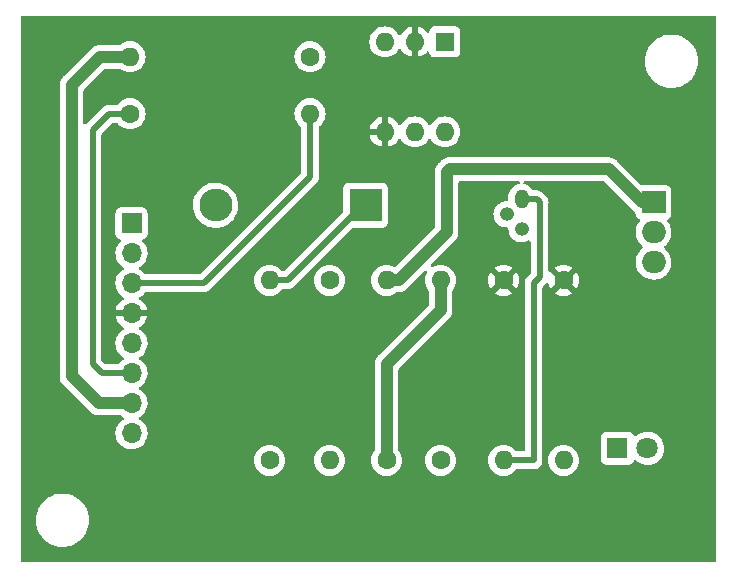
<source format=gbl>
%TF.GenerationSoftware,KiCad,Pcbnew,(6.0.8)*%
%TF.CreationDate,2022-11-03T15:18:16-07:00*%
%TF.ProjectId,TipBlaster_V2,54697042-6c61-4737-9465-725f56322e6b,rev?*%
%TF.SameCoordinates,Original*%
%TF.FileFunction,Copper,L2,Bot*%
%TF.FilePolarity,Positive*%
%FSLAX46Y46*%
G04 Gerber Fmt 4.6, Leading zero omitted, Abs format (unit mm)*
G04 Created by KiCad (PCBNEW (6.0.8)) date 2022-11-03 15:18:16*
%MOMM*%
%LPD*%
G01*
G04 APERTURE LIST*
%TA.AperFunction,ComponentPad*%
%ADD10R,1.600000X1.600000*%
%TD*%
%TA.AperFunction,ComponentPad*%
%ADD11O,1.600000X1.600000*%
%TD*%
%TA.AperFunction,ComponentPad*%
%ADD12C,1.600000*%
%TD*%
%TA.AperFunction,ComponentPad*%
%ADD13R,2.000000X1.905000*%
%TD*%
%TA.AperFunction,ComponentPad*%
%ADD14O,2.000000X1.905000*%
%TD*%
%TA.AperFunction,ComponentPad*%
%ADD15O,1.200000X1.600000*%
%TD*%
%TA.AperFunction,ComponentPad*%
%ADD16O,1.200000X1.200000*%
%TD*%
%TA.AperFunction,ComponentPad*%
%ADD17R,1.700000X1.700000*%
%TD*%
%TA.AperFunction,ComponentPad*%
%ADD18O,1.700000X1.700000*%
%TD*%
%TA.AperFunction,ComponentPad*%
%ADD19R,1.800000X1.800000*%
%TD*%
%TA.AperFunction,ComponentPad*%
%ADD20C,1.800000*%
%TD*%
%TA.AperFunction,ComponentPad*%
%ADD21R,2.800000X2.800000*%
%TD*%
%TA.AperFunction,ComponentPad*%
%ADD22O,2.800000X2.800000*%
%TD*%
%TA.AperFunction,ViaPad*%
%ADD23C,0.800000*%
%TD*%
%TA.AperFunction,Conductor*%
%ADD24C,0.500000*%
%TD*%
%TA.AperFunction,Conductor*%
%ADD25C,1.000000*%
%TD*%
G04 APERTURE END LIST*
D10*
X123810000Y-59827000D03*
D11*
X121270000Y-59827000D03*
X118730000Y-59827000D03*
X118730000Y-67447000D03*
X121270000Y-67447000D03*
X123810000Y-67447000D03*
D12*
X133858000Y-80010000D03*
D11*
X133858000Y-95250000D03*
D12*
X128778000Y-80010000D03*
D11*
X128778000Y-95250000D03*
X123444000Y-80010000D03*
D12*
X123444000Y-95250000D03*
X118872000Y-95250000D03*
D11*
X118872000Y-80010000D03*
D12*
X114046000Y-80010000D03*
D11*
X114046000Y-95250000D03*
D12*
X108966000Y-95250000D03*
D11*
X108966000Y-80010000D03*
D12*
X97155000Y-65913000D03*
D11*
X112395000Y-65913000D03*
D12*
X112395000Y-61087000D03*
D11*
X97155000Y-61087000D03*
D13*
X141478000Y-73406000D03*
D14*
X141478000Y-75946000D03*
X141478000Y-78486000D03*
D15*
X130302000Y-73152000D03*
D16*
X129032000Y-74422000D03*
X130302000Y-75692000D03*
D17*
X97282000Y-75184000D03*
D18*
X97282000Y-77724000D03*
X97282000Y-80264000D03*
X97282000Y-82804000D03*
X97282000Y-85344000D03*
X97282000Y-87884000D03*
X97282000Y-90424000D03*
X97282000Y-92964000D03*
D19*
X138425000Y-94234000D03*
D20*
X140965000Y-94234000D03*
D21*
X117094000Y-73660000D03*
D22*
X104394000Y-73660000D03*
D23*
X125984000Y-93218000D03*
X145796000Y-85598000D03*
X116332000Y-94234000D03*
X111506000Y-81534000D03*
X136398000Y-80010000D03*
X126238000Y-80264000D03*
X120142000Y-76708000D03*
X136652000Y-73660000D03*
X104902000Y-58674000D03*
X122428000Y-64770000D03*
X90529372Y-60812184D03*
X96520000Y-96774000D03*
X103378000Y-76962000D03*
X102362000Y-84074000D03*
X102362000Y-89408000D03*
X138430000Y-87122000D03*
X143510000Y-100838000D03*
X134366000Y-100838000D03*
X122682000Y-100838000D03*
X112014000Y-100838000D03*
X100092583Y-100825726D03*
X108458000Y-69850000D03*
X98288671Y-69833468D03*
X142494000Y-68072000D03*
X134112000Y-66548000D03*
X132588000Y-60198000D03*
D24*
X112395000Y-71247000D02*
X112395000Y-65913000D01*
X103378000Y-80264000D02*
X112395000Y-71247000D01*
X97282000Y-80264000D02*
X103378000Y-80264000D01*
X93980000Y-67310000D02*
X95377000Y-65913000D01*
X95377000Y-65913000D02*
X97155000Y-65913000D01*
X93980000Y-87122000D02*
X93980000Y-67310000D01*
X94742000Y-87884000D02*
X93980000Y-87122000D01*
X97282000Y-87884000D02*
X94742000Y-87884000D01*
D25*
X92202000Y-63500000D02*
X94615000Y-61087000D01*
X92202000Y-88138000D02*
X92202000Y-63500000D01*
X94615000Y-61087000D02*
X97155000Y-61087000D01*
X97282000Y-90424000D02*
X94488000Y-90424000D01*
X94488000Y-90424000D02*
X92202000Y-88138000D01*
D24*
X110490000Y-80010000D02*
X116840000Y-73660000D01*
X108966000Y-80010000D02*
X110490000Y-80010000D01*
X116840000Y-73660000D02*
X117094000Y-73660000D01*
D25*
X118872000Y-87122000D02*
X123444000Y-82550000D01*
X118872000Y-95250000D02*
X118872000Y-87122000D01*
X123444000Y-82550000D02*
X123444000Y-80010000D01*
X119888000Y-80010000D02*
X118872000Y-80010000D01*
X123952000Y-75946000D02*
X119888000Y-80010000D01*
X137668000Y-70612000D02*
X124206000Y-70612000D01*
X124206000Y-70612000D02*
X123952000Y-70866000D01*
X140462000Y-73406000D02*
X137668000Y-70612000D01*
X123952000Y-70866000D02*
X123952000Y-75946000D01*
X141478000Y-73406000D02*
X140462000Y-73406000D01*
D24*
X131318000Y-80264000D02*
X131318000Y-95250000D01*
X131826000Y-79756000D02*
X131318000Y-80264000D01*
X131318000Y-95250000D02*
X128778000Y-95250000D01*
X131572000Y-73152000D02*
X131826000Y-73406000D01*
X131826000Y-73406000D02*
X131826000Y-79756000D01*
X130302000Y-73152000D02*
X131572000Y-73152000D01*
%TA.AperFunction,Conductor*%
G36*
X146753621Y-57678502D02*
G01*
X146800114Y-57732158D01*
X146811500Y-57784500D01*
X146811500Y-103759500D01*
X146791498Y-103827621D01*
X146737842Y-103874114D01*
X146685500Y-103885500D01*
X88010500Y-103885500D01*
X87942379Y-103865498D01*
X87895886Y-103811842D01*
X87884500Y-103759500D01*
X87884500Y-100377404D01*
X89176941Y-100377404D01*
X89203091Y-100676292D01*
X89204001Y-100680364D01*
X89204002Y-100680369D01*
X89267628Y-100965016D01*
X89268540Y-100969095D01*
X89372140Y-101250671D01*
X89374084Y-101254359D01*
X89374088Y-101254367D01*
X89470805Y-101437807D01*
X89512069Y-101516071D01*
X89685871Y-101760633D01*
X89890490Y-101980061D01*
X90122333Y-102170498D01*
X90377325Y-102328600D01*
X90650988Y-102451589D01*
X90825368Y-102503574D01*
X90934514Y-102536112D01*
X90934516Y-102536112D01*
X90938513Y-102537304D01*
X90942633Y-102537957D01*
X90942635Y-102537957D01*
X91061509Y-102556785D01*
X91234848Y-102584239D01*
X91277577Y-102586179D01*
X91327262Y-102588436D01*
X91327281Y-102588436D01*
X91328681Y-102588500D01*
X91516107Y-102588500D01*
X91739370Y-102573671D01*
X91743464Y-102572846D01*
X91743468Y-102572845D01*
X91884513Y-102544405D01*
X92033480Y-102514368D01*
X92317163Y-102416688D01*
X92320896Y-102414819D01*
X92320900Y-102414817D01*
X92581691Y-102284222D01*
X92581693Y-102284221D01*
X92585435Y-102282347D01*
X92833584Y-102113706D01*
X93057248Y-101913726D01*
X93059966Y-101910555D01*
X93249779Y-101689097D01*
X93249782Y-101689093D01*
X93252499Y-101685923D01*
X93254773Y-101682421D01*
X93254777Y-101682416D01*
X93413628Y-101437807D01*
X93413631Y-101437802D01*
X93415907Y-101434297D01*
X93544600Y-101163270D01*
X93636318Y-100877604D01*
X93689448Y-100582316D01*
X93703059Y-100282596D01*
X93676909Y-99983708D01*
X93632832Y-99786515D01*
X93612372Y-99694984D01*
X93612371Y-99694981D01*
X93611460Y-99690905D01*
X93507860Y-99409329D01*
X93505916Y-99405641D01*
X93505912Y-99405633D01*
X93369884Y-99147633D01*
X93369883Y-99147632D01*
X93367931Y-99143929D01*
X93194129Y-98899367D01*
X92989510Y-98679939D01*
X92757667Y-98489502D01*
X92502675Y-98331400D01*
X92229012Y-98208411D01*
X92015650Y-98144805D01*
X91945486Y-98123888D01*
X91945484Y-98123888D01*
X91941487Y-98122696D01*
X91937367Y-98122043D01*
X91937365Y-98122043D01*
X91818491Y-98103215D01*
X91645152Y-98075761D01*
X91602423Y-98073821D01*
X91552738Y-98071564D01*
X91552719Y-98071564D01*
X91551319Y-98071500D01*
X91363893Y-98071500D01*
X91140630Y-98086329D01*
X91136536Y-98087154D01*
X91136532Y-98087155D01*
X90995487Y-98115595D01*
X90846520Y-98145632D01*
X90562837Y-98243312D01*
X90559104Y-98245181D01*
X90559100Y-98245183D01*
X90298309Y-98375778D01*
X90294565Y-98377653D01*
X90046416Y-98546294D01*
X89822752Y-98746274D01*
X89820035Y-98749444D01*
X89820034Y-98749445D01*
X89694155Y-98896311D01*
X89627501Y-98974077D01*
X89625227Y-98977579D01*
X89625223Y-98977584D01*
X89514792Y-99147633D01*
X89464093Y-99225703D01*
X89335400Y-99496730D01*
X89243682Y-99782396D01*
X89190552Y-100077684D01*
X89176941Y-100377404D01*
X87884500Y-100377404D01*
X87884500Y-95250000D01*
X107652502Y-95250000D01*
X107672457Y-95478087D01*
X107673881Y-95483400D01*
X107673881Y-95483402D01*
X107726371Y-95679294D01*
X107731716Y-95699243D01*
X107734039Y-95704224D01*
X107734039Y-95704225D01*
X107826151Y-95901762D01*
X107826154Y-95901767D01*
X107828477Y-95906749D01*
X107959802Y-96094300D01*
X108121700Y-96256198D01*
X108126208Y-96259355D01*
X108126211Y-96259357D01*
X108204389Y-96314098D01*
X108309251Y-96387523D01*
X108314233Y-96389846D01*
X108314238Y-96389849D01*
X108511775Y-96481961D01*
X108516757Y-96484284D01*
X108522065Y-96485706D01*
X108522067Y-96485707D01*
X108732598Y-96542119D01*
X108732600Y-96542119D01*
X108737913Y-96543543D01*
X108966000Y-96563498D01*
X109194087Y-96543543D01*
X109199400Y-96542119D01*
X109199402Y-96542119D01*
X109409933Y-96485707D01*
X109409935Y-96485706D01*
X109415243Y-96484284D01*
X109420225Y-96481961D01*
X109617762Y-96389849D01*
X109617767Y-96389846D01*
X109622749Y-96387523D01*
X109727611Y-96314098D01*
X109805789Y-96259357D01*
X109805792Y-96259355D01*
X109810300Y-96256198D01*
X109972198Y-96094300D01*
X110103523Y-95906749D01*
X110105846Y-95901767D01*
X110105849Y-95901762D01*
X110197961Y-95704225D01*
X110197961Y-95704224D01*
X110200284Y-95699243D01*
X110205630Y-95679294D01*
X110258119Y-95483402D01*
X110258119Y-95483400D01*
X110259543Y-95478087D01*
X110279498Y-95250000D01*
X112732502Y-95250000D01*
X112752457Y-95478087D01*
X112753881Y-95483400D01*
X112753881Y-95483402D01*
X112806371Y-95679294D01*
X112811716Y-95699243D01*
X112814039Y-95704224D01*
X112814039Y-95704225D01*
X112906151Y-95901762D01*
X112906154Y-95901767D01*
X112908477Y-95906749D01*
X113039802Y-96094300D01*
X113201700Y-96256198D01*
X113206208Y-96259355D01*
X113206211Y-96259357D01*
X113284389Y-96314098D01*
X113389251Y-96387523D01*
X113394233Y-96389846D01*
X113394238Y-96389849D01*
X113591775Y-96481961D01*
X113596757Y-96484284D01*
X113602065Y-96485706D01*
X113602067Y-96485707D01*
X113812598Y-96542119D01*
X113812600Y-96542119D01*
X113817913Y-96543543D01*
X114046000Y-96563498D01*
X114274087Y-96543543D01*
X114279400Y-96542119D01*
X114279402Y-96542119D01*
X114489933Y-96485707D01*
X114489935Y-96485706D01*
X114495243Y-96484284D01*
X114500225Y-96481961D01*
X114697762Y-96389849D01*
X114697767Y-96389846D01*
X114702749Y-96387523D01*
X114807611Y-96314098D01*
X114885789Y-96259357D01*
X114885792Y-96259355D01*
X114890300Y-96256198D01*
X115052198Y-96094300D01*
X115183523Y-95906749D01*
X115185846Y-95901767D01*
X115185849Y-95901762D01*
X115277961Y-95704225D01*
X115277961Y-95704224D01*
X115280284Y-95699243D01*
X115285630Y-95679294D01*
X115338119Y-95483402D01*
X115338119Y-95483400D01*
X115339543Y-95478087D01*
X115359498Y-95250000D01*
X117558502Y-95250000D01*
X117578457Y-95478087D01*
X117579881Y-95483400D01*
X117579881Y-95483402D01*
X117632371Y-95679294D01*
X117637716Y-95699243D01*
X117640039Y-95704224D01*
X117640039Y-95704225D01*
X117732151Y-95901762D01*
X117732154Y-95901767D01*
X117734477Y-95906749D01*
X117865802Y-96094300D01*
X118027700Y-96256198D01*
X118032208Y-96259355D01*
X118032211Y-96259357D01*
X118110389Y-96314098D01*
X118215251Y-96387523D01*
X118220233Y-96389846D01*
X118220238Y-96389849D01*
X118417775Y-96481961D01*
X118422757Y-96484284D01*
X118428065Y-96485706D01*
X118428067Y-96485707D01*
X118638598Y-96542119D01*
X118638600Y-96542119D01*
X118643913Y-96543543D01*
X118872000Y-96563498D01*
X119100087Y-96543543D01*
X119105400Y-96542119D01*
X119105402Y-96542119D01*
X119315933Y-96485707D01*
X119315935Y-96485706D01*
X119321243Y-96484284D01*
X119326225Y-96481961D01*
X119523762Y-96389849D01*
X119523767Y-96389846D01*
X119528749Y-96387523D01*
X119633611Y-96314098D01*
X119711789Y-96259357D01*
X119711792Y-96259355D01*
X119716300Y-96256198D01*
X119878198Y-96094300D01*
X120009523Y-95906749D01*
X120011846Y-95901767D01*
X120011849Y-95901762D01*
X120103961Y-95704225D01*
X120103961Y-95704224D01*
X120106284Y-95699243D01*
X120111630Y-95679294D01*
X120164119Y-95483402D01*
X120164119Y-95483400D01*
X120165543Y-95478087D01*
X120185498Y-95250000D01*
X122130502Y-95250000D01*
X122150457Y-95478087D01*
X122151881Y-95483400D01*
X122151881Y-95483402D01*
X122204371Y-95679294D01*
X122209716Y-95699243D01*
X122212039Y-95704224D01*
X122212039Y-95704225D01*
X122304151Y-95901762D01*
X122304154Y-95901767D01*
X122306477Y-95906749D01*
X122437802Y-96094300D01*
X122599700Y-96256198D01*
X122604208Y-96259355D01*
X122604211Y-96259357D01*
X122682389Y-96314098D01*
X122787251Y-96387523D01*
X122792233Y-96389846D01*
X122792238Y-96389849D01*
X122989775Y-96481961D01*
X122994757Y-96484284D01*
X123000065Y-96485706D01*
X123000067Y-96485707D01*
X123210598Y-96542119D01*
X123210600Y-96542119D01*
X123215913Y-96543543D01*
X123444000Y-96563498D01*
X123672087Y-96543543D01*
X123677400Y-96542119D01*
X123677402Y-96542119D01*
X123887933Y-96485707D01*
X123887935Y-96485706D01*
X123893243Y-96484284D01*
X123898225Y-96481961D01*
X124095762Y-96389849D01*
X124095767Y-96389846D01*
X124100749Y-96387523D01*
X124205611Y-96314098D01*
X124283789Y-96259357D01*
X124283792Y-96259355D01*
X124288300Y-96256198D01*
X124450198Y-96094300D01*
X124581523Y-95906749D01*
X124583846Y-95901767D01*
X124583849Y-95901762D01*
X124675961Y-95704225D01*
X124675961Y-95704224D01*
X124678284Y-95699243D01*
X124683630Y-95679294D01*
X124736119Y-95483402D01*
X124736119Y-95483400D01*
X124737543Y-95478087D01*
X124757498Y-95250000D01*
X124737543Y-95021913D01*
X124678284Y-94800757D01*
X124654303Y-94749329D01*
X124583849Y-94598238D01*
X124583846Y-94598233D01*
X124581523Y-94593251D01*
X124450198Y-94405700D01*
X124288300Y-94243802D01*
X124283792Y-94240645D01*
X124283789Y-94240643D01*
X124136018Y-94137173D01*
X124100749Y-94112477D01*
X124095767Y-94110154D01*
X124095762Y-94110151D01*
X123898225Y-94018039D01*
X123898224Y-94018039D01*
X123893243Y-94015716D01*
X123887935Y-94014294D01*
X123887933Y-94014293D01*
X123677402Y-93957881D01*
X123677400Y-93957881D01*
X123672087Y-93956457D01*
X123444000Y-93936502D01*
X123215913Y-93956457D01*
X123210600Y-93957881D01*
X123210598Y-93957881D01*
X123000067Y-94014293D01*
X123000065Y-94014294D01*
X122994757Y-94015716D01*
X122989776Y-94018039D01*
X122989775Y-94018039D01*
X122792238Y-94110151D01*
X122792233Y-94110154D01*
X122787251Y-94112477D01*
X122751982Y-94137173D01*
X122604211Y-94240643D01*
X122604208Y-94240645D01*
X122599700Y-94243802D01*
X122437802Y-94405700D01*
X122306477Y-94593251D01*
X122304154Y-94598233D01*
X122304151Y-94598238D01*
X122233697Y-94749329D01*
X122209716Y-94800757D01*
X122150457Y-95021913D01*
X122130502Y-95250000D01*
X120185498Y-95250000D01*
X120165543Y-95021913D01*
X120106284Y-94800757D01*
X120082303Y-94749329D01*
X120011849Y-94598238D01*
X120011846Y-94598233D01*
X120009523Y-94593251D01*
X119903287Y-94441531D01*
X119880500Y-94369260D01*
X119880500Y-87591925D01*
X119900502Y-87523804D01*
X119917405Y-87502830D01*
X124113379Y-83306855D01*
X124123522Y-83297753D01*
X124148218Y-83277897D01*
X124153025Y-83274032D01*
X124185320Y-83235544D01*
X124188478Y-83231925D01*
X124190124Y-83230110D01*
X124192309Y-83227925D01*
X124194264Y-83225545D01*
X124194273Y-83225535D01*
X124219549Y-83194764D01*
X124220391Y-83193749D01*
X124276194Y-83127245D01*
X124280154Y-83122526D01*
X124282723Y-83117852D01*
X124286102Y-83113739D01*
X124329975Y-83031915D01*
X124330584Y-83030793D01*
X124372464Y-82954614D01*
X124372465Y-82954612D01*
X124375433Y-82949213D01*
X124377045Y-82944131D01*
X124379562Y-82939437D01*
X124406762Y-82850469D01*
X124407108Y-82849358D01*
X124433373Y-82766563D01*
X124435235Y-82760694D01*
X124435829Y-82755398D01*
X124437387Y-82750302D01*
X124446790Y-82657743D01*
X124446911Y-82656607D01*
X124452500Y-82606773D01*
X124452500Y-82603246D01*
X124452555Y-82602261D01*
X124453002Y-82596581D01*
X124457374Y-82553538D01*
X124453059Y-82507891D01*
X124452500Y-82496033D01*
X124452500Y-81096062D01*
X128056493Y-81096062D01*
X128065789Y-81108077D01*
X128116994Y-81143931D01*
X128126489Y-81149414D01*
X128323947Y-81241490D01*
X128334239Y-81245236D01*
X128544688Y-81301625D01*
X128555481Y-81303528D01*
X128772525Y-81322517D01*
X128783475Y-81322517D01*
X129000519Y-81303528D01*
X129011312Y-81301625D01*
X129221761Y-81245236D01*
X129232053Y-81241490D01*
X129429511Y-81149414D01*
X129439006Y-81143931D01*
X129491048Y-81107491D01*
X129499424Y-81097012D01*
X129492356Y-81083566D01*
X128790812Y-80382022D01*
X128776868Y-80374408D01*
X128775035Y-80374539D01*
X128768420Y-80378790D01*
X128062923Y-81084287D01*
X128056493Y-81096062D01*
X124452500Y-81096062D01*
X124452500Y-80890740D01*
X124475287Y-80818469D01*
X124491513Y-80795296D01*
X124581523Y-80666749D01*
X124583846Y-80661767D01*
X124583849Y-80661762D01*
X124675961Y-80464225D01*
X124675961Y-80464224D01*
X124678284Y-80459243D01*
X124698976Y-80382022D01*
X124736119Y-80243402D01*
X124736119Y-80243400D01*
X124737543Y-80238087D01*
X124757019Y-80015475D01*
X127465483Y-80015475D01*
X127484472Y-80232519D01*
X127486375Y-80243312D01*
X127542764Y-80453761D01*
X127546510Y-80464053D01*
X127638586Y-80661511D01*
X127644069Y-80671006D01*
X127680509Y-80723048D01*
X127690988Y-80731424D01*
X127704434Y-80724356D01*
X128405978Y-80022812D01*
X128412356Y-80011132D01*
X129142408Y-80011132D01*
X129142539Y-80012965D01*
X129146790Y-80019580D01*
X129852287Y-80725077D01*
X129864062Y-80731507D01*
X129876077Y-80722211D01*
X129911931Y-80671006D01*
X129917414Y-80661511D01*
X130009490Y-80464053D01*
X130013236Y-80453761D01*
X130069625Y-80243312D01*
X130071528Y-80232519D01*
X130090517Y-80015475D01*
X130090517Y-80004525D01*
X130071528Y-79787481D01*
X130069625Y-79776688D01*
X130013236Y-79566239D01*
X130009490Y-79555947D01*
X129917414Y-79358489D01*
X129911931Y-79348994D01*
X129875491Y-79296952D01*
X129865012Y-79288576D01*
X129851566Y-79295644D01*
X129150022Y-79997188D01*
X129142408Y-80011132D01*
X128412356Y-80011132D01*
X128413592Y-80008868D01*
X128413461Y-80007035D01*
X128409210Y-80000420D01*
X127703713Y-79294923D01*
X127691938Y-79288493D01*
X127679923Y-79297789D01*
X127644069Y-79348994D01*
X127638586Y-79358489D01*
X127546510Y-79555947D01*
X127542764Y-79566239D01*
X127486375Y-79776688D01*
X127484472Y-79787481D01*
X127465483Y-80004525D01*
X127465483Y-80015475D01*
X124757019Y-80015475D01*
X124757498Y-80010000D01*
X124737543Y-79781913D01*
X124727858Y-79745768D01*
X124679707Y-79566067D01*
X124679706Y-79566065D01*
X124678284Y-79560757D01*
X124675961Y-79555775D01*
X124583849Y-79358238D01*
X124583846Y-79358233D01*
X124581523Y-79353251D01*
X124472654Y-79197770D01*
X124453357Y-79170211D01*
X124453355Y-79170208D01*
X124450198Y-79165700D01*
X124288300Y-79003802D01*
X124283792Y-79000645D01*
X124283789Y-79000643D01*
X124172886Y-78922988D01*
X128056576Y-78922988D01*
X128063644Y-78936434D01*
X128765188Y-79637978D01*
X128779132Y-79645592D01*
X128780965Y-79645461D01*
X128787580Y-79641210D01*
X129493077Y-78935713D01*
X129499507Y-78923938D01*
X129490211Y-78911923D01*
X129439006Y-78876069D01*
X129429511Y-78870586D01*
X129232053Y-78778510D01*
X129221761Y-78774764D01*
X129011312Y-78718375D01*
X129000519Y-78716472D01*
X128783475Y-78697483D01*
X128772525Y-78697483D01*
X128555481Y-78716472D01*
X128544688Y-78718375D01*
X128334239Y-78774764D01*
X128323947Y-78778510D01*
X128126489Y-78870586D01*
X128116994Y-78876069D01*
X128064952Y-78912509D01*
X128056576Y-78922988D01*
X124172886Y-78922988D01*
X124157920Y-78912509D01*
X124100749Y-78872477D01*
X124095767Y-78870154D01*
X124095762Y-78870151D01*
X123898225Y-78778039D01*
X123898224Y-78778039D01*
X123893243Y-78775716D01*
X123887935Y-78774294D01*
X123887933Y-78774293D01*
X123677402Y-78717881D01*
X123677400Y-78717881D01*
X123672087Y-78716457D01*
X123444000Y-78696502D01*
X123215913Y-78716457D01*
X123210600Y-78717881D01*
X123210598Y-78717881D01*
X123000067Y-78774293D01*
X123000065Y-78774294D01*
X122994757Y-78775716D01*
X122989775Y-78778039D01*
X122989770Y-78778041D01*
X122806252Y-78863616D01*
X122736061Y-78874277D01*
X122671248Y-78845297D01*
X122632392Y-78785877D01*
X122631829Y-78714882D01*
X122663908Y-78660326D01*
X124621379Y-76702855D01*
X124631522Y-76693753D01*
X124656218Y-76673897D01*
X124661025Y-76670032D01*
X124693292Y-76631578D01*
X124696472Y-76627931D01*
X124698115Y-76626119D01*
X124700309Y-76623925D01*
X124727642Y-76590651D01*
X124728348Y-76589800D01*
X124743976Y-76571176D01*
X124788154Y-76518526D01*
X124790722Y-76513856D01*
X124794103Y-76509739D01*
X124837977Y-76427914D01*
X124838606Y-76426755D01*
X124880462Y-76350619D01*
X124880465Y-76350611D01*
X124883433Y-76345213D01*
X124885045Y-76340131D01*
X124887562Y-76335437D01*
X124914747Y-76246523D01*
X124915139Y-76245265D01*
X124941372Y-76162567D01*
X124943235Y-76156694D01*
X124943829Y-76151403D01*
X124945388Y-76146302D01*
X124954790Y-76053737D01*
X124954925Y-76052470D01*
X124960108Y-76006270D01*
X124960108Y-76006265D01*
X124960500Y-76002773D01*
X124960500Y-75999248D01*
X124960555Y-75998263D01*
X124961004Y-75992559D01*
X124964752Y-75955666D01*
X124964752Y-75955661D01*
X124965374Y-75949538D01*
X124961059Y-75903891D01*
X124960500Y-75892033D01*
X124960500Y-71746500D01*
X124980502Y-71678379D01*
X125034158Y-71631886D01*
X125086500Y-71620500D01*
X130034974Y-71620500D01*
X130103095Y-71640502D01*
X130149588Y-71694158D01*
X130159692Y-71764432D01*
X130130198Y-71829012D01*
X130064495Y-71868993D01*
X129945299Y-71897719D01*
X129945297Y-71897720D01*
X129939466Y-71899125D01*
X129934008Y-71901607D01*
X129934004Y-71901608D01*
X129838570Y-71945000D01*
X129746913Y-71986674D01*
X129574389Y-72109054D01*
X129428119Y-72261850D01*
X129313380Y-72439548D01*
X129311137Y-72445114D01*
X129238061Y-72626440D01*
X129234314Y-72635737D01*
X129193772Y-72843337D01*
X129193500Y-72848899D01*
X129193500Y-73187780D01*
X129173498Y-73255901D01*
X129119842Y-73302394D01*
X129065851Y-73313769D01*
X129036535Y-73313385D01*
X128944655Y-73312183D01*
X128938958Y-73313162D01*
X128938957Y-73313162D01*
X128834942Y-73331035D01*
X128743870Y-73346684D01*
X128552734Y-73417198D01*
X128547773Y-73420150D01*
X128547772Y-73420150D01*
X128458824Y-73473069D01*
X128377649Y-73521363D01*
X128224478Y-73655690D01*
X128220911Y-73660215D01*
X128220906Y-73660220D01*
X128134331Y-73770040D01*
X128098351Y-73815681D01*
X128095662Y-73820792D01*
X128095660Y-73820795D01*
X128069792Y-73869963D01*
X128003492Y-73995978D01*
X127972527Y-74095703D01*
X127945742Y-74181965D01*
X127943078Y-74190543D01*
X127919132Y-74392859D01*
X127932457Y-74596151D01*
X127982605Y-74793610D01*
X128067898Y-74978624D01*
X128185479Y-75144997D01*
X128219065Y-75177715D01*
X128268043Y-75225427D01*
X128331410Y-75287157D01*
X128336206Y-75290362D01*
X128336209Y-75290364D01*
X128411282Y-75340526D01*
X128500803Y-75400342D01*
X128506106Y-75402620D01*
X128506109Y-75402622D01*
X128663438Y-75470216D01*
X128687987Y-75480763D01*
X128760817Y-75497243D01*
X128881055Y-75524450D01*
X128881060Y-75524451D01*
X128886692Y-75525725D01*
X128892463Y-75525952D01*
X128892465Y-75525952D01*
X129068671Y-75532875D01*
X129135954Y-75555536D01*
X129180304Y-75610976D01*
X129189404Y-75660561D01*
X129189132Y-75662859D01*
X129202457Y-75866151D01*
X129252605Y-76063610D01*
X129337898Y-76248624D01*
X129455479Y-76414997D01*
X129601410Y-76557157D01*
X129606206Y-76560362D01*
X129606209Y-76560364D01*
X129712790Y-76631579D01*
X129770803Y-76670342D01*
X129776106Y-76672620D01*
X129776109Y-76672622D01*
X129952680Y-76748483D01*
X129957987Y-76750763D01*
X129986771Y-76757276D01*
X130151055Y-76794450D01*
X130151060Y-76794451D01*
X130156692Y-76795725D01*
X130162463Y-76795952D01*
X130162465Y-76795952D01*
X130225470Y-76798427D01*
X130360263Y-76803723D01*
X130561883Y-76774490D01*
X130567347Y-76772635D01*
X130567352Y-76772634D01*
X130749327Y-76710862D01*
X130749332Y-76710860D01*
X130754799Y-76709004D01*
X130762601Y-76704635D01*
X130879934Y-76638925D01*
X130949142Y-76623091D01*
X131015924Y-76647188D01*
X131059077Y-76703565D01*
X131067500Y-76748859D01*
X131067500Y-79389629D01*
X131047498Y-79457750D01*
X131030595Y-79478724D01*
X130829089Y-79680230D01*
X130814677Y-79692616D01*
X130803082Y-79701149D01*
X130803077Y-79701154D01*
X130797182Y-79705492D01*
X130792443Y-79711070D01*
X130792440Y-79711073D01*
X130762965Y-79745768D01*
X130756035Y-79753284D01*
X130750340Y-79758979D01*
X130748060Y-79761861D01*
X130732719Y-79781251D01*
X130729928Y-79784655D01*
X130687409Y-79834703D01*
X130682667Y-79840285D01*
X130679339Y-79846801D01*
X130675972Y-79851850D01*
X130672805Y-79856979D01*
X130668266Y-79862716D01*
X130637345Y-79928875D01*
X130635442Y-79932769D01*
X130602231Y-79997808D01*
X130600492Y-80004916D01*
X130598393Y-80010559D01*
X130596476Y-80016322D01*
X130593378Y-80022950D01*
X130591888Y-80030112D01*
X130591888Y-80030113D01*
X130578514Y-80094412D01*
X130577544Y-80098696D01*
X130560192Y-80169610D01*
X130559500Y-80180764D01*
X130559464Y-80180762D01*
X130559225Y-80184755D01*
X130558851Y-80188947D01*
X130557360Y-80196115D01*
X130558345Y-80232519D01*
X130559454Y-80273521D01*
X130559500Y-80276928D01*
X130559500Y-94365500D01*
X130539498Y-94433621D01*
X130485842Y-94480114D01*
X130433500Y-94491500D01*
X129909867Y-94491500D01*
X129841746Y-94471498D01*
X129806655Y-94437772D01*
X129784198Y-94405700D01*
X129622300Y-94243802D01*
X129617792Y-94240645D01*
X129617789Y-94240643D01*
X129470018Y-94137173D01*
X129434749Y-94112477D01*
X129429767Y-94110154D01*
X129429762Y-94110151D01*
X129232225Y-94018039D01*
X129232224Y-94018039D01*
X129227243Y-94015716D01*
X129221935Y-94014294D01*
X129221933Y-94014293D01*
X129011402Y-93957881D01*
X129011400Y-93957881D01*
X129006087Y-93956457D01*
X128778000Y-93936502D01*
X128549913Y-93956457D01*
X128544600Y-93957881D01*
X128544598Y-93957881D01*
X128334067Y-94014293D01*
X128334065Y-94014294D01*
X128328757Y-94015716D01*
X128323776Y-94018039D01*
X128323775Y-94018039D01*
X128126238Y-94110151D01*
X128126233Y-94110154D01*
X128121251Y-94112477D01*
X128085982Y-94137173D01*
X127938211Y-94240643D01*
X127938208Y-94240645D01*
X127933700Y-94243802D01*
X127771802Y-94405700D01*
X127640477Y-94593251D01*
X127638154Y-94598233D01*
X127638151Y-94598238D01*
X127567697Y-94749329D01*
X127543716Y-94800757D01*
X127484457Y-95021913D01*
X127464502Y-95250000D01*
X127484457Y-95478087D01*
X127485881Y-95483400D01*
X127485881Y-95483402D01*
X127538371Y-95679294D01*
X127543716Y-95699243D01*
X127546039Y-95704224D01*
X127546039Y-95704225D01*
X127638151Y-95901762D01*
X127638154Y-95901767D01*
X127640477Y-95906749D01*
X127771802Y-96094300D01*
X127933700Y-96256198D01*
X127938208Y-96259355D01*
X127938211Y-96259357D01*
X128016389Y-96314098D01*
X128121251Y-96387523D01*
X128126233Y-96389846D01*
X128126238Y-96389849D01*
X128323775Y-96481961D01*
X128328757Y-96484284D01*
X128334065Y-96485706D01*
X128334067Y-96485707D01*
X128544598Y-96542119D01*
X128544600Y-96542119D01*
X128549913Y-96543543D01*
X128778000Y-96563498D01*
X129006087Y-96543543D01*
X129011400Y-96542119D01*
X129011402Y-96542119D01*
X129221933Y-96485707D01*
X129221935Y-96485706D01*
X129227243Y-96484284D01*
X129232225Y-96481961D01*
X129429762Y-96389849D01*
X129429767Y-96389846D01*
X129434749Y-96387523D01*
X129539611Y-96314098D01*
X129617789Y-96259357D01*
X129617792Y-96259355D01*
X129622300Y-96256198D01*
X129784198Y-96094300D01*
X129806655Y-96062229D01*
X129862110Y-96017901D01*
X129909867Y-96008500D01*
X131290165Y-96008500D01*
X131297966Y-96008742D01*
X131359298Y-96012547D01*
X131422889Y-96001620D01*
X131429610Y-96000652D01*
X131450535Y-95998212D01*
X131486411Y-95994030D01*
X131486414Y-95994029D01*
X131493681Y-95993182D01*
X131502607Y-95989942D01*
X131524258Y-95984201D01*
X131533614Y-95982594D01*
X131592996Y-95957327D01*
X131599289Y-95954848D01*
X131659937Y-95932833D01*
X131666739Y-95928374D01*
X131667878Y-95927627D01*
X131687615Y-95917067D01*
X131689623Y-95916213D01*
X131689635Y-95916206D01*
X131696364Y-95913343D01*
X131702256Y-95909007D01*
X131702261Y-95909004D01*
X131748332Y-95875100D01*
X131753928Y-95871210D01*
X131758986Y-95867894D01*
X131807852Y-95835856D01*
X131814384Y-95828961D01*
X131831166Y-95814139D01*
X131838818Y-95808508D01*
X131843553Y-95802935D01*
X131843560Y-95802928D01*
X131880581Y-95759351D01*
X131885133Y-95754277D01*
X131924457Y-95712766D01*
X131924458Y-95712765D01*
X131929490Y-95707453D01*
X131933165Y-95701126D01*
X131933172Y-95701117D01*
X131934267Y-95699232D01*
X131947185Y-95680953D01*
X131948594Y-95679294D01*
X131948596Y-95679291D01*
X131953333Y-95673715D01*
X131956659Y-95667201D01*
X131956662Y-95667197D01*
X131982670Y-95616264D01*
X131985932Y-95610281D01*
X132014649Y-95560841D01*
X132014650Y-95560839D01*
X132018326Y-95554510D01*
X132020447Y-95547506D01*
X132020449Y-95547502D01*
X132021078Y-95545425D01*
X132029451Y-95524649D01*
X132033769Y-95516192D01*
X132049108Y-95453505D01*
X132050891Y-95446988D01*
X132069595Y-95385233D01*
X132070183Y-95375754D01*
X132073551Y-95353617D01*
X132074474Y-95349846D01*
X132074476Y-95349834D01*
X132075808Y-95344390D01*
X132076500Y-95333236D01*
X132076500Y-95277835D01*
X132076742Y-95270033D01*
X132077985Y-95250000D01*
X132544502Y-95250000D01*
X132564457Y-95478087D01*
X132565881Y-95483400D01*
X132565881Y-95483402D01*
X132618371Y-95679294D01*
X132623716Y-95699243D01*
X132626039Y-95704224D01*
X132626039Y-95704225D01*
X132718151Y-95901762D01*
X132718154Y-95901767D01*
X132720477Y-95906749D01*
X132851802Y-96094300D01*
X133013700Y-96256198D01*
X133018208Y-96259355D01*
X133018211Y-96259357D01*
X133096389Y-96314098D01*
X133201251Y-96387523D01*
X133206233Y-96389846D01*
X133206238Y-96389849D01*
X133403775Y-96481961D01*
X133408757Y-96484284D01*
X133414065Y-96485706D01*
X133414067Y-96485707D01*
X133624598Y-96542119D01*
X133624600Y-96542119D01*
X133629913Y-96543543D01*
X133858000Y-96563498D01*
X134086087Y-96543543D01*
X134091400Y-96542119D01*
X134091402Y-96542119D01*
X134301933Y-96485707D01*
X134301935Y-96485706D01*
X134307243Y-96484284D01*
X134312225Y-96481961D01*
X134509762Y-96389849D01*
X134509767Y-96389846D01*
X134514749Y-96387523D01*
X134619611Y-96314098D01*
X134697789Y-96259357D01*
X134697792Y-96259355D01*
X134702300Y-96256198D01*
X134864198Y-96094300D01*
X134995523Y-95906749D01*
X134997846Y-95901767D01*
X134997849Y-95901762D01*
X135089961Y-95704225D01*
X135089961Y-95704224D01*
X135092284Y-95699243D01*
X135097630Y-95679294D01*
X135150119Y-95483402D01*
X135150119Y-95483400D01*
X135151543Y-95478087D01*
X135171498Y-95250000D01*
X135165561Y-95182134D01*
X137016500Y-95182134D01*
X137023255Y-95244316D01*
X137074385Y-95380705D01*
X137161739Y-95497261D01*
X137278295Y-95584615D01*
X137414684Y-95635745D01*
X137476866Y-95642500D01*
X139373134Y-95642500D01*
X139435316Y-95635745D01*
X139571705Y-95584615D01*
X139688261Y-95497261D01*
X139775615Y-95380705D01*
X139800180Y-95315178D01*
X139842822Y-95258414D01*
X139909383Y-95233714D01*
X139978732Y-95248921D01*
X139998647Y-95262464D01*
X140121589Y-95364532D01*
X140154349Y-95391730D01*
X140354322Y-95508584D01*
X140570694Y-95591209D01*
X140575760Y-95592240D01*
X140575761Y-95592240D01*
X140628846Y-95603040D01*
X140797656Y-95637385D01*
X140927089Y-95642131D01*
X141023949Y-95645683D01*
X141023953Y-95645683D01*
X141029113Y-95645872D01*
X141034233Y-95645216D01*
X141034235Y-95645216D01*
X141108166Y-95635745D01*
X141258847Y-95616442D01*
X141263795Y-95614957D01*
X141263802Y-95614956D01*
X141475747Y-95551369D01*
X141480690Y-95549886D01*
X141485324Y-95547616D01*
X141684049Y-95450262D01*
X141684052Y-95450260D01*
X141688684Y-95447991D01*
X141877243Y-95313494D01*
X142041303Y-95150005D01*
X142176458Y-94961917D01*
X142253484Y-94806067D01*
X142276784Y-94758922D01*
X142276785Y-94758920D01*
X142279078Y-94754280D01*
X142346408Y-94532671D01*
X142376640Y-94303041D01*
X142377373Y-94273030D01*
X142378245Y-94237365D01*
X142378245Y-94237361D01*
X142378327Y-94234000D01*
X142368145Y-94110151D01*
X142359773Y-94008318D01*
X142359772Y-94008312D01*
X142359349Y-94003167D01*
X142302925Y-93778533D01*
X142298818Y-93769088D01*
X142212630Y-93570868D01*
X142212628Y-93570865D01*
X142210570Y-93566131D01*
X142084764Y-93371665D01*
X141928887Y-93200358D01*
X141924836Y-93197159D01*
X141924832Y-93197155D01*
X141751177Y-93060011D01*
X141751172Y-93060008D01*
X141747123Y-93056810D01*
X141742607Y-93054317D01*
X141742604Y-93054315D01*
X141548879Y-92947373D01*
X141548875Y-92947371D01*
X141544355Y-92944876D01*
X141539486Y-92943152D01*
X141539482Y-92943150D01*
X141330903Y-92869288D01*
X141330899Y-92869287D01*
X141326028Y-92867562D01*
X141320935Y-92866655D01*
X141320932Y-92866654D01*
X141103095Y-92827851D01*
X141103089Y-92827850D01*
X141098006Y-92826945D01*
X141025096Y-92826054D01*
X140871581Y-92824179D01*
X140871579Y-92824179D01*
X140866411Y-92824116D01*
X140637464Y-92859150D01*
X140417314Y-92931106D01*
X140412726Y-92933494D01*
X140412722Y-92933496D01*
X140216461Y-93035663D01*
X140211872Y-93038052D01*
X140207739Y-93041155D01*
X140207736Y-93041157D01*
X140030790Y-93174012D01*
X140026655Y-93177117D01*
X140009170Y-93195414D01*
X139947646Y-93230844D01*
X139876733Y-93227387D01*
X139818947Y-93186141D01*
X139800094Y-93152592D01*
X139778768Y-93095705D01*
X139778767Y-93095703D01*
X139775615Y-93087295D01*
X139688261Y-92970739D01*
X139571705Y-92883385D01*
X139435316Y-92832255D01*
X139373134Y-92825500D01*
X137476866Y-92825500D01*
X137414684Y-92832255D01*
X137278295Y-92883385D01*
X137161739Y-92970739D01*
X137074385Y-93087295D01*
X137023255Y-93223684D01*
X137016500Y-93285866D01*
X137016500Y-95182134D01*
X135165561Y-95182134D01*
X135151543Y-95021913D01*
X135092284Y-94800757D01*
X135068303Y-94749329D01*
X134997849Y-94598238D01*
X134997846Y-94598233D01*
X134995523Y-94593251D01*
X134864198Y-94405700D01*
X134702300Y-94243802D01*
X134697792Y-94240645D01*
X134697789Y-94240643D01*
X134550018Y-94137173D01*
X134514749Y-94112477D01*
X134509767Y-94110154D01*
X134509762Y-94110151D01*
X134312225Y-94018039D01*
X134312224Y-94018039D01*
X134307243Y-94015716D01*
X134301935Y-94014294D01*
X134301933Y-94014293D01*
X134091402Y-93957881D01*
X134091400Y-93957881D01*
X134086087Y-93956457D01*
X133858000Y-93936502D01*
X133629913Y-93956457D01*
X133624600Y-93957881D01*
X133624598Y-93957881D01*
X133414067Y-94014293D01*
X133414065Y-94014294D01*
X133408757Y-94015716D01*
X133403776Y-94018039D01*
X133403775Y-94018039D01*
X133206238Y-94110151D01*
X133206233Y-94110154D01*
X133201251Y-94112477D01*
X133165982Y-94137173D01*
X133018211Y-94240643D01*
X133018208Y-94240645D01*
X133013700Y-94243802D01*
X132851802Y-94405700D01*
X132720477Y-94593251D01*
X132718154Y-94598233D01*
X132718151Y-94598238D01*
X132647697Y-94749329D01*
X132623716Y-94800757D01*
X132564457Y-95021913D01*
X132544502Y-95250000D01*
X132077985Y-95250000D01*
X132078052Y-95248921D01*
X132080547Y-95208702D01*
X132078320Y-95195740D01*
X132076500Y-95174404D01*
X132076500Y-81096062D01*
X133136493Y-81096062D01*
X133145789Y-81108077D01*
X133196994Y-81143931D01*
X133206489Y-81149414D01*
X133403947Y-81241490D01*
X133414239Y-81245236D01*
X133624688Y-81301625D01*
X133635481Y-81303528D01*
X133852525Y-81322517D01*
X133863475Y-81322517D01*
X134080519Y-81303528D01*
X134091312Y-81301625D01*
X134301761Y-81245236D01*
X134312053Y-81241490D01*
X134509511Y-81149414D01*
X134519006Y-81143931D01*
X134571048Y-81107491D01*
X134579424Y-81097012D01*
X134572356Y-81083566D01*
X133870812Y-80382022D01*
X133856868Y-80374408D01*
X133855035Y-80374539D01*
X133848420Y-80378790D01*
X133142923Y-81084287D01*
X133136493Y-81096062D01*
X132076500Y-81096062D01*
X132076500Y-80630371D01*
X132096502Y-80562250D01*
X132113405Y-80541276D01*
X132314911Y-80339770D01*
X132329323Y-80327384D01*
X132340918Y-80318851D01*
X132340923Y-80318846D01*
X132346818Y-80314508D01*
X132351557Y-80308930D01*
X132351560Y-80308927D01*
X132372683Y-80284063D01*
X132432032Y-80245098D01*
X132503025Y-80244405D01*
X132563123Y-80282204D01*
X132590415Y-80333031D01*
X132622764Y-80453761D01*
X132626510Y-80464053D01*
X132718586Y-80661511D01*
X132724069Y-80671006D01*
X132760509Y-80723048D01*
X132770988Y-80731424D01*
X132784434Y-80724356D01*
X133485978Y-80022812D01*
X133492356Y-80011132D01*
X134222408Y-80011132D01*
X134222539Y-80012965D01*
X134226790Y-80019580D01*
X134932287Y-80725077D01*
X134944062Y-80731507D01*
X134956077Y-80722211D01*
X134991931Y-80671006D01*
X134997414Y-80661511D01*
X135089490Y-80464053D01*
X135093236Y-80453761D01*
X135149625Y-80243312D01*
X135151528Y-80232519D01*
X135170517Y-80015475D01*
X135170517Y-80004525D01*
X135151528Y-79787481D01*
X135149625Y-79776688D01*
X135093236Y-79566239D01*
X135089490Y-79555947D01*
X134997414Y-79358489D01*
X134991931Y-79348994D01*
X134955491Y-79296952D01*
X134945012Y-79288576D01*
X134931566Y-79295644D01*
X134230022Y-79997188D01*
X134222408Y-80011132D01*
X133492356Y-80011132D01*
X133493592Y-80008868D01*
X133493461Y-80007035D01*
X133489210Y-80000420D01*
X132783713Y-79294923D01*
X132769769Y-79287309D01*
X132757387Y-79288194D01*
X132721482Y-79302239D01*
X132651877Y-79288251D01*
X132600885Y-79238852D01*
X132584500Y-79176719D01*
X132584500Y-78922988D01*
X133136576Y-78922988D01*
X133143644Y-78936434D01*
X133845188Y-79637978D01*
X133859132Y-79645592D01*
X133860965Y-79645461D01*
X133867580Y-79641210D01*
X134573077Y-78935713D01*
X134579507Y-78923938D01*
X134570211Y-78911923D01*
X134519006Y-78876069D01*
X134509511Y-78870586D01*
X134312053Y-78778510D01*
X134301761Y-78774764D01*
X134091312Y-78718375D01*
X134080519Y-78716472D01*
X133863475Y-78697483D01*
X133852525Y-78697483D01*
X133635481Y-78716472D01*
X133624688Y-78718375D01*
X133414239Y-78774764D01*
X133403947Y-78778510D01*
X133206489Y-78870586D01*
X133196994Y-78876069D01*
X133144952Y-78912509D01*
X133136576Y-78922988D01*
X132584500Y-78922988D01*
X132584500Y-73473069D01*
X132585933Y-73454118D01*
X132588099Y-73439883D01*
X132588099Y-73439881D01*
X132589199Y-73432651D01*
X132588183Y-73420150D01*
X132584915Y-73379982D01*
X132584500Y-73369767D01*
X132584500Y-73361707D01*
X132581211Y-73333493D01*
X132580778Y-73329118D01*
X132575454Y-73263661D01*
X132575453Y-73263658D01*
X132574860Y-73256363D01*
X132572604Y-73249399D01*
X132571413Y-73243440D01*
X132570029Y-73237585D01*
X132569182Y-73230319D01*
X132544265Y-73161673D01*
X132542848Y-73157545D01*
X132522607Y-73095064D01*
X132522606Y-73095062D01*
X132520351Y-73088101D01*
X132516555Y-73081846D01*
X132514049Y-73076372D01*
X132511330Y-73070942D01*
X132508833Y-73064063D01*
X132468809Y-73003016D01*
X132466472Y-72999312D01*
X132431509Y-72941693D01*
X132431505Y-72941688D01*
X132428595Y-72936892D01*
X132421197Y-72928516D01*
X132421223Y-72928493D01*
X132418574Y-72925503D01*
X132415866Y-72922264D01*
X132411856Y-72916148D01*
X132406549Y-72911121D01*
X132406546Y-72911117D01*
X132355617Y-72862872D01*
X132353175Y-72860494D01*
X132155770Y-72663089D01*
X132143384Y-72648677D01*
X132134851Y-72637082D01*
X132134846Y-72637077D01*
X132130508Y-72631182D01*
X132124930Y-72626443D01*
X132124927Y-72626440D01*
X132090232Y-72596965D01*
X132082716Y-72590035D01*
X132077021Y-72584340D01*
X132070880Y-72579482D01*
X132054749Y-72566719D01*
X132051345Y-72563928D01*
X132001297Y-72521409D01*
X132001295Y-72521408D01*
X131995715Y-72516667D01*
X131989199Y-72513339D01*
X131984150Y-72509972D01*
X131979021Y-72506805D01*
X131973284Y-72502266D01*
X131907125Y-72471345D01*
X131903225Y-72469439D01*
X131838192Y-72436231D01*
X131831084Y-72434492D01*
X131825441Y-72432393D01*
X131819678Y-72430476D01*
X131813050Y-72427378D01*
X131782166Y-72420954D01*
X131741588Y-72412514D01*
X131737299Y-72411543D01*
X131666390Y-72394192D01*
X131660788Y-72393844D01*
X131660785Y-72393844D01*
X131655236Y-72393500D01*
X131655238Y-72393464D01*
X131651245Y-72393225D01*
X131647053Y-72392851D01*
X131639885Y-72391360D01*
X131573675Y-72393151D01*
X131562479Y-72393454D01*
X131559072Y-72393500D01*
X131334148Y-72393500D01*
X131266027Y-72373498D01*
X131235062Y-72345333D01*
X131112102Y-72188798D01*
X131108396Y-72184080D01*
X131103865Y-72180148D01*
X131103862Y-72180145D01*
X130953167Y-72049379D01*
X130948637Y-72045448D01*
X130943451Y-72042448D01*
X130943447Y-72042445D01*
X130770742Y-71942533D01*
X130765546Y-71939527D01*
X130642329Y-71896739D01*
X130571394Y-71872106D01*
X130571392Y-71872105D01*
X130565729Y-71870139D01*
X130559792Y-71869278D01*
X130558306Y-71868916D01*
X130496860Y-71833351D01*
X130464396Y-71770211D01*
X130471222Y-71699543D01*
X130515169Y-71643784D01*
X130588145Y-71620500D01*
X137198075Y-71620500D01*
X137266196Y-71640502D01*
X137287170Y-71657405D01*
X139705145Y-74075379D01*
X139714247Y-74085522D01*
X139737968Y-74115025D01*
X139776421Y-74147291D01*
X139780069Y-74150472D01*
X139781881Y-74152115D01*
X139784075Y-74154309D01*
X139817349Y-74181642D01*
X139818147Y-74182304D01*
X139889474Y-74242154D01*
X139894144Y-74244722D01*
X139898261Y-74248103D01*
X139903691Y-74251014D01*
X139908807Y-74254439D01*
X139908038Y-74255588D01*
X139953624Y-74300484D01*
X139969500Y-74361710D01*
X139969500Y-74406634D01*
X139976255Y-74468816D01*
X140027385Y-74605205D01*
X140114739Y-74721761D01*
X140231295Y-74809115D01*
X140251189Y-74816573D01*
X140307953Y-74859213D01*
X140332654Y-74925774D01*
X140317447Y-74995123D01*
X140305842Y-75012647D01*
X140212633Y-75130670D01*
X140212630Y-75130675D01*
X140209432Y-75134724D01*
X140206939Y-75139240D01*
X140206937Y-75139243D01*
X140107407Y-75319542D01*
X140093326Y-75345050D01*
X140091602Y-75349919D01*
X140091600Y-75349923D01*
X140015441Y-75564988D01*
X140013130Y-75571515D01*
X140012223Y-75576608D01*
X140012222Y-75576611D01*
X139995833Y-75668622D01*
X139970999Y-75808037D01*
X139970936Y-75813201D01*
X139968745Y-75992559D01*
X139968064Y-76048263D01*
X140004404Y-76285744D01*
X140024099Y-76346001D01*
X140077434Y-76509183D01*
X140077437Y-76509189D01*
X140079042Y-76514101D01*
X140081429Y-76518687D01*
X140081431Y-76518691D01*
X140148323Y-76647188D01*
X140189975Y-76727200D01*
X140193085Y-76731342D01*
X140313919Y-76892277D01*
X140334223Y-76919320D01*
X140337961Y-76922892D01*
X140467206Y-77046401D01*
X140507912Y-77085301D01*
X140544903Y-77110535D01*
X140589904Y-77165444D01*
X140598075Y-77235968D01*
X140566821Y-77299716D01*
X140542340Y-77320411D01*
X140540707Y-77321468D01*
X140536023Y-77324498D01*
X140358330Y-77486186D01*
X140334141Y-77516815D01*
X140212633Y-77670670D01*
X140212630Y-77670675D01*
X140209432Y-77674724D01*
X140206939Y-77679240D01*
X140206937Y-77679243D01*
X140143639Y-77793908D01*
X140093326Y-77885050D01*
X140091602Y-77889919D01*
X140091600Y-77889923D01*
X140014856Y-78106640D01*
X140013130Y-78111515D01*
X140012223Y-78116608D01*
X140012222Y-78116611D01*
X139973530Y-78333829D01*
X139970999Y-78348037D01*
X139968064Y-78588263D01*
X140004404Y-78825744D01*
X140032763Y-78912509D01*
X140077434Y-79049183D01*
X140077437Y-79049189D01*
X140079042Y-79054101D01*
X140081429Y-79058687D01*
X140081431Y-79058691D01*
X140117823Y-79128598D01*
X140189975Y-79267200D01*
X140212557Y-79297276D01*
X140313919Y-79432277D01*
X140334223Y-79459320D01*
X140337961Y-79462892D01*
X140467206Y-79586401D01*
X140507912Y-79625301D01*
X140706378Y-79760686D01*
X140711061Y-79762860D01*
X140711065Y-79762862D01*
X140919595Y-79859658D01*
X140919599Y-79859659D01*
X140924290Y-79861837D01*
X141155798Y-79926040D01*
X141160935Y-79926589D01*
X141348593Y-79946644D01*
X141348601Y-79946644D01*
X141351928Y-79947000D01*
X141586402Y-79947000D01*
X141588975Y-79946788D01*
X141588986Y-79946788D01*
X141689946Y-79938487D01*
X141764937Y-79932322D01*
X141997944Y-79873794D01*
X142193855Y-79788610D01*
X142213526Y-79780057D01*
X142213529Y-79780055D01*
X142218263Y-79777997D01*
X142358963Y-79686974D01*
X142415637Y-79650310D01*
X142415640Y-79650308D01*
X142419977Y-79647502D01*
X142597670Y-79485814D01*
X142660594Y-79406138D01*
X142743367Y-79301330D01*
X142743370Y-79301325D01*
X142746568Y-79297276D01*
X142751417Y-79288493D01*
X142860177Y-79091474D01*
X142860179Y-79091470D01*
X142862674Y-79086950D01*
X142868440Y-79070669D01*
X142941144Y-78865360D01*
X142941145Y-78865356D01*
X142942870Y-78860485D01*
X142943778Y-78855389D01*
X142984095Y-78629052D01*
X142984096Y-78629046D01*
X142985001Y-78623963D01*
X142986214Y-78524689D01*
X142987873Y-78388907D01*
X142987873Y-78388905D01*
X142987936Y-78383737D01*
X142951596Y-78146256D01*
X142914906Y-78034003D01*
X142878566Y-77922817D01*
X142878563Y-77922811D01*
X142876958Y-77917899D01*
X142766025Y-77704800D01*
X142621777Y-77512680D01*
X142448088Y-77346699D01*
X142411097Y-77321465D01*
X142366096Y-77266556D01*
X142357925Y-77196032D01*
X142389179Y-77132284D01*
X142413660Y-77111589D01*
X142415635Y-77110311D01*
X142419977Y-77107502D01*
X142597670Y-76945814D01*
X142660594Y-76866138D01*
X142743367Y-76761330D01*
X142743370Y-76761325D01*
X142746568Y-76757276D01*
X142750164Y-76750763D01*
X142860177Y-76551474D01*
X142860179Y-76551470D01*
X142862674Y-76546950D01*
X142864649Y-76541375D01*
X142941144Y-76325360D01*
X142941145Y-76325356D01*
X142942870Y-76320485D01*
X142948676Y-76287891D01*
X142984095Y-76089052D01*
X142984096Y-76089046D01*
X142985001Y-76083963D01*
X142986118Y-75992559D01*
X142987873Y-75848907D01*
X142987873Y-75848905D01*
X142987936Y-75843737D01*
X142951596Y-75606256D01*
X142906564Y-75468480D01*
X142878566Y-75382817D01*
X142878563Y-75382811D01*
X142876958Y-75377899D01*
X142868959Y-75362532D01*
X142768416Y-75169393D01*
X142766025Y-75164800D01*
X142649585Y-75009717D01*
X142624680Y-74943235D01*
X142639672Y-74873839D01*
X142689802Y-74823565D01*
X142706115Y-74816085D01*
X142716293Y-74812269D01*
X142716296Y-74812267D01*
X142724705Y-74809115D01*
X142841261Y-74721761D01*
X142928615Y-74605205D01*
X142979745Y-74468816D01*
X142986500Y-74406634D01*
X142986500Y-72405366D01*
X142979745Y-72343184D01*
X142928615Y-72206795D01*
X142841261Y-72090239D01*
X142724705Y-72002885D01*
X142588316Y-71951755D01*
X142526134Y-71945000D01*
X140479424Y-71945000D01*
X140411303Y-71924998D01*
X140390329Y-71908095D01*
X138424855Y-69942621D01*
X138415753Y-69932478D01*
X138395897Y-69907782D01*
X138392032Y-69902975D01*
X138353578Y-69870708D01*
X138349931Y-69867528D01*
X138348119Y-69865885D01*
X138345925Y-69863691D01*
X138312651Y-69836358D01*
X138311853Y-69835696D01*
X138240526Y-69775846D01*
X138235856Y-69773278D01*
X138231739Y-69769897D01*
X138149914Y-69726023D01*
X138148755Y-69725394D01*
X138072619Y-69683538D01*
X138072611Y-69683535D01*
X138067213Y-69680567D01*
X138062131Y-69678955D01*
X138057437Y-69676438D01*
X137968469Y-69649238D01*
X137967441Y-69648918D01*
X137878694Y-69620765D01*
X137873398Y-69620171D01*
X137868302Y-69618613D01*
X137775743Y-69609210D01*
X137774607Y-69609089D01*
X137740992Y-69605319D01*
X137728270Y-69603892D01*
X137728266Y-69603892D01*
X137724773Y-69603500D01*
X137721246Y-69603500D01*
X137720261Y-69603445D01*
X137714581Y-69602998D01*
X137685175Y-69600011D01*
X137677663Y-69599248D01*
X137677661Y-69599248D01*
X137671538Y-69598626D01*
X137629259Y-69602623D01*
X137625891Y-69602941D01*
X137614033Y-69603500D01*
X124267842Y-69603500D01*
X124254235Y-69602763D01*
X124222737Y-69599341D01*
X124222732Y-69599341D01*
X124216611Y-69598676D01*
X124198611Y-69600251D01*
X124166609Y-69603050D01*
X124161784Y-69603379D01*
X124159313Y-69603500D01*
X124156231Y-69603500D01*
X124133763Y-69605703D01*
X124113489Y-69607691D01*
X124112174Y-69607813D01*
X124079913Y-69610636D01*
X124019587Y-69615913D01*
X124014468Y-69617400D01*
X124009167Y-69617920D01*
X124003262Y-69619703D01*
X124003261Y-69619703D01*
X123983907Y-69625546D01*
X123920194Y-69644782D01*
X123919054Y-69645120D01*
X123829663Y-69671091D01*
X123824929Y-69673545D01*
X123819831Y-69675084D01*
X123814387Y-69677978D01*
X123814386Y-69677979D01*
X123737831Y-69718684D01*
X123736663Y-69719298D01*
X123654074Y-69762108D01*
X123649911Y-69765431D01*
X123645204Y-69767934D01*
X123573082Y-69826755D01*
X123572226Y-69827446D01*
X123533027Y-69858738D01*
X123530523Y-69861242D01*
X123529805Y-69861884D01*
X123525472Y-69865585D01*
X123491938Y-69892935D01*
X123488010Y-69897683D01*
X123488009Y-69897684D01*
X123462716Y-69928258D01*
X123454728Y-69937037D01*
X123282616Y-70109150D01*
X123272473Y-70118252D01*
X123242975Y-70141968D01*
X123239008Y-70146696D01*
X123210709Y-70180421D01*
X123207528Y-70184069D01*
X123205885Y-70185881D01*
X123203691Y-70188075D01*
X123176358Y-70221349D01*
X123175696Y-70222147D01*
X123115846Y-70293474D01*
X123113278Y-70298144D01*
X123109897Y-70302261D01*
X123078860Y-70360145D01*
X123066023Y-70384086D01*
X123065394Y-70385245D01*
X123023538Y-70461381D01*
X123023535Y-70461389D01*
X123020567Y-70466787D01*
X123018955Y-70471869D01*
X123016438Y-70476563D01*
X122989238Y-70565531D01*
X122988918Y-70566559D01*
X122960765Y-70655306D01*
X122960171Y-70660602D01*
X122958613Y-70665698D01*
X122957990Y-70671834D01*
X122949218Y-70758187D01*
X122949089Y-70759393D01*
X122943500Y-70809227D01*
X122943500Y-70812754D01*
X122943445Y-70813739D01*
X122942998Y-70819419D01*
X122938626Y-70862462D01*
X122942623Y-70904741D01*
X122942941Y-70908109D01*
X122943500Y-70919967D01*
X122943500Y-75476075D01*
X122923498Y-75544196D01*
X122906595Y-75565170D01*
X121257169Y-77214597D01*
X119639242Y-78832524D01*
X119576930Y-78866550D01*
X119506115Y-78861485D01*
X119496898Y-78857624D01*
X119326230Y-78778041D01*
X119326225Y-78778039D01*
X119321243Y-78775716D01*
X119315935Y-78774294D01*
X119315933Y-78774293D01*
X119105402Y-78717881D01*
X119105400Y-78717881D01*
X119100087Y-78716457D01*
X118872000Y-78696502D01*
X118643913Y-78716457D01*
X118638600Y-78717881D01*
X118638598Y-78717881D01*
X118428067Y-78774293D01*
X118428065Y-78774294D01*
X118422757Y-78775716D01*
X118417776Y-78778039D01*
X118417775Y-78778039D01*
X118220238Y-78870151D01*
X118220233Y-78870154D01*
X118215251Y-78872477D01*
X118158080Y-78912509D01*
X118032211Y-79000643D01*
X118032208Y-79000645D01*
X118027700Y-79003802D01*
X117865802Y-79165700D01*
X117862645Y-79170208D01*
X117862643Y-79170211D01*
X117843346Y-79197770D01*
X117734477Y-79353251D01*
X117732154Y-79358233D01*
X117732151Y-79358238D01*
X117640039Y-79555775D01*
X117637716Y-79560757D01*
X117636294Y-79566065D01*
X117636293Y-79566067D01*
X117588142Y-79745768D01*
X117578457Y-79781913D01*
X117558502Y-80010000D01*
X117578457Y-80238087D01*
X117579881Y-80243400D01*
X117579881Y-80243402D01*
X117617025Y-80382022D01*
X117637716Y-80459243D01*
X117640039Y-80464224D01*
X117640039Y-80464225D01*
X117732151Y-80661762D01*
X117732154Y-80661767D01*
X117734477Y-80666749D01*
X117803421Y-80765211D01*
X117858971Y-80844544D01*
X117865802Y-80854300D01*
X118027700Y-81016198D01*
X118032208Y-81019355D01*
X118032211Y-81019357D01*
X118108807Y-81072990D01*
X118215251Y-81147523D01*
X118220233Y-81149846D01*
X118220238Y-81149849D01*
X118400769Y-81234031D01*
X118422757Y-81244284D01*
X118428065Y-81245706D01*
X118428067Y-81245707D01*
X118638598Y-81302119D01*
X118638600Y-81302119D01*
X118643913Y-81303543D01*
X118872000Y-81323498D01*
X119100087Y-81303543D01*
X119105400Y-81302119D01*
X119105402Y-81302119D01*
X119315933Y-81245707D01*
X119315935Y-81245706D01*
X119321243Y-81244284D01*
X119343231Y-81234031D01*
X119523762Y-81149849D01*
X119523767Y-81149846D01*
X119528749Y-81147523D01*
X119680469Y-81041287D01*
X119752740Y-81018500D01*
X119826157Y-81018500D01*
X119839764Y-81019237D01*
X119871262Y-81022659D01*
X119871267Y-81022659D01*
X119877388Y-81023324D01*
X119903638Y-81021027D01*
X119927388Y-81018950D01*
X119932214Y-81018621D01*
X119934686Y-81018500D01*
X119937769Y-81018500D01*
X119949738Y-81017326D01*
X119980506Y-81014310D01*
X119981819Y-81014188D01*
X120026084Y-81010315D01*
X120074413Y-81006087D01*
X120079532Y-81004600D01*
X120084833Y-81004080D01*
X120173834Y-80977209D01*
X120174967Y-80976874D01*
X120258414Y-80952630D01*
X120258418Y-80952628D01*
X120264336Y-80950909D01*
X120269068Y-80948456D01*
X120274169Y-80946916D01*
X120281873Y-80942820D01*
X120356260Y-80903269D01*
X120357426Y-80902657D01*
X120434453Y-80862729D01*
X120439926Y-80859892D01*
X120444089Y-80856569D01*
X120448796Y-80854066D01*
X120520918Y-80795245D01*
X120521774Y-80794554D01*
X120560973Y-80763262D01*
X120563477Y-80760758D01*
X120564195Y-80760116D01*
X120568528Y-80756415D01*
X120602062Y-80729065D01*
X120631288Y-80693737D01*
X120639277Y-80684958D01*
X122094326Y-79229909D01*
X122156638Y-79195883D01*
X122227453Y-79200948D01*
X122284289Y-79243495D01*
X122309100Y-79310015D01*
X122297616Y-79372253D01*
X122209716Y-79560757D01*
X122208294Y-79566065D01*
X122208293Y-79566067D01*
X122160142Y-79745768D01*
X122150457Y-79781913D01*
X122130502Y-80010000D01*
X122150457Y-80238087D01*
X122151881Y-80243400D01*
X122151881Y-80243402D01*
X122189025Y-80382022D01*
X122209716Y-80459243D01*
X122212039Y-80464224D01*
X122212039Y-80464225D01*
X122304151Y-80661762D01*
X122304154Y-80661767D01*
X122306477Y-80666749D01*
X122396487Y-80795296D01*
X122412713Y-80818469D01*
X122435500Y-80890740D01*
X122435500Y-82080076D01*
X122415498Y-82148197D01*
X122398595Y-82169171D01*
X118202621Y-86365145D01*
X118192478Y-86374247D01*
X118162975Y-86397968D01*
X118159008Y-86402696D01*
X118130709Y-86436421D01*
X118127528Y-86440069D01*
X118125885Y-86441881D01*
X118123691Y-86444075D01*
X118096358Y-86477349D01*
X118095696Y-86478147D01*
X118035846Y-86549474D01*
X118033278Y-86554144D01*
X118029897Y-86558261D01*
X118021813Y-86573338D01*
X117986023Y-86640086D01*
X117985394Y-86641245D01*
X117943538Y-86717381D01*
X117943535Y-86717389D01*
X117940567Y-86722787D01*
X117938955Y-86727869D01*
X117936438Y-86732563D01*
X117909238Y-86821531D01*
X117908918Y-86822559D01*
X117880765Y-86911306D01*
X117880171Y-86916602D01*
X117878613Y-86921698D01*
X117877990Y-86927834D01*
X117869218Y-87014187D01*
X117869089Y-87015393D01*
X117863500Y-87065227D01*
X117863500Y-87068754D01*
X117863445Y-87069739D01*
X117862998Y-87075419D01*
X117858626Y-87118462D01*
X117861902Y-87153120D01*
X117862941Y-87164109D01*
X117863500Y-87175967D01*
X117863500Y-94369260D01*
X117840713Y-94441531D01*
X117734477Y-94593251D01*
X117732154Y-94598233D01*
X117732151Y-94598238D01*
X117661697Y-94749329D01*
X117637716Y-94800757D01*
X117578457Y-95021913D01*
X117558502Y-95250000D01*
X115359498Y-95250000D01*
X115339543Y-95021913D01*
X115280284Y-94800757D01*
X115256303Y-94749329D01*
X115185849Y-94598238D01*
X115185846Y-94598233D01*
X115183523Y-94593251D01*
X115052198Y-94405700D01*
X114890300Y-94243802D01*
X114885792Y-94240645D01*
X114885789Y-94240643D01*
X114738018Y-94137173D01*
X114702749Y-94112477D01*
X114697767Y-94110154D01*
X114697762Y-94110151D01*
X114500225Y-94018039D01*
X114500224Y-94018039D01*
X114495243Y-94015716D01*
X114489935Y-94014294D01*
X114489933Y-94014293D01*
X114279402Y-93957881D01*
X114279400Y-93957881D01*
X114274087Y-93956457D01*
X114046000Y-93936502D01*
X113817913Y-93956457D01*
X113812600Y-93957881D01*
X113812598Y-93957881D01*
X113602067Y-94014293D01*
X113602065Y-94014294D01*
X113596757Y-94015716D01*
X113591776Y-94018039D01*
X113591775Y-94018039D01*
X113394238Y-94110151D01*
X113394233Y-94110154D01*
X113389251Y-94112477D01*
X113353982Y-94137173D01*
X113206211Y-94240643D01*
X113206208Y-94240645D01*
X113201700Y-94243802D01*
X113039802Y-94405700D01*
X112908477Y-94593251D01*
X112906154Y-94598233D01*
X112906151Y-94598238D01*
X112835697Y-94749329D01*
X112811716Y-94800757D01*
X112752457Y-95021913D01*
X112732502Y-95250000D01*
X110279498Y-95250000D01*
X110259543Y-95021913D01*
X110200284Y-94800757D01*
X110176303Y-94749329D01*
X110105849Y-94598238D01*
X110105846Y-94598233D01*
X110103523Y-94593251D01*
X109972198Y-94405700D01*
X109810300Y-94243802D01*
X109805792Y-94240645D01*
X109805789Y-94240643D01*
X109658018Y-94137173D01*
X109622749Y-94112477D01*
X109617767Y-94110154D01*
X109617762Y-94110151D01*
X109420225Y-94018039D01*
X109420224Y-94018039D01*
X109415243Y-94015716D01*
X109409935Y-94014294D01*
X109409933Y-94014293D01*
X109199402Y-93957881D01*
X109199400Y-93957881D01*
X109194087Y-93956457D01*
X108966000Y-93936502D01*
X108737913Y-93956457D01*
X108732600Y-93957881D01*
X108732598Y-93957881D01*
X108522067Y-94014293D01*
X108522065Y-94014294D01*
X108516757Y-94015716D01*
X108511776Y-94018039D01*
X108511775Y-94018039D01*
X108314238Y-94110151D01*
X108314233Y-94110154D01*
X108309251Y-94112477D01*
X108273982Y-94137173D01*
X108126211Y-94240643D01*
X108126208Y-94240645D01*
X108121700Y-94243802D01*
X107959802Y-94405700D01*
X107828477Y-94593251D01*
X107826154Y-94598233D01*
X107826151Y-94598238D01*
X107755697Y-94749329D01*
X107731716Y-94800757D01*
X107672457Y-95021913D01*
X107652502Y-95250000D01*
X87884500Y-95250000D01*
X87884500Y-63496462D01*
X91188626Y-63496462D01*
X91189206Y-63502593D01*
X91192941Y-63542109D01*
X91193500Y-63553967D01*
X91193500Y-88076157D01*
X91192763Y-88089764D01*
X91188676Y-88127388D01*
X91189213Y-88133523D01*
X91193050Y-88177388D01*
X91193379Y-88182214D01*
X91193500Y-88184686D01*
X91193500Y-88187769D01*
X91193801Y-88190837D01*
X91197690Y-88230506D01*
X91197812Y-88231819D01*
X91205913Y-88324413D01*
X91207400Y-88329532D01*
X91207920Y-88334833D01*
X91234791Y-88423834D01*
X91235126Y-88424967D01*
X91248400Y-88470653D01*
X91261091Y-88514336D01*
X91263544Y-88519068D01*
X91265084Y-88524169D01*
X91267978Y-88529612D01*
X91308731Y-88606260D01*
X91309343Y-88607426D01*
X91349271Y-88684453D01*
X91352108Y-88689926D01*
X91355431Y-88694089D01*
X91357934Y-88698796D01*
X91416755Y-88770918D01*
X91417446Y-88771774D01*
X91448738Y-88810973D01*
X91451242Y-88813477D01*
X91451884Y-88814195D01*
X91455585Y-88818528D01*
X91482935Y-88852062D01*
X91487682Y-88855989D01*
X91487684Y-88855991D01*
X91518262Y-88881287D01*
X91527042Y-88889277D01*
X93731145Y-91093379D01*
X93740247Y-91103522D01*
X93763968Y-91133025D01*
X93768696Y-91136992D01*
X93802421Y-91165291D01*
X93806069Y-91168472D01*
X93807881Y-91170115D01*
X93810075Y-91172309D01*
X93843349Y-91199642D01*
X93844147Y-91200304D01*
X93915474Y-91260154D01*
X93920144Y-91262722D01*
X93924261Y-91266103D01*
X93982145Y-91297140D01*
X94006086Y-91309977D01*
X94007245Y-91310606D01*
X94083381Y-91352462D01*
X94083389Y-91352465D01*
X94088787Y-91355433D01*
X94093869Y-91357045D01*
X94098563Y-91359562D01*
X94187531Y-91386762D01*
X94188559Y-91387082D01*
X94277306Y-91415235D01*
X94282602Y-91415829D01*
X94287698Y-91417387D01*
X94380257Y-91426790D01*
X94381393Y-91426911D01*
X94415008Y-91430681D01*
X94427730Y-91432108D01*
X94427734Y-91432108D01*
X94431227Y-91432500D01*
X94434754Y-91432500D01*
X94435739Y-91432555D01*
X94441419Y-91433002D01*
X94470825Y-91435989D01*
X94478337Y-91436752D01*
X94478339Y-91436752D01*
X94484462Y-91437374D01*
X94530108Y-91433059D01*
X94541967Y-91432500D01*
X96324393Y-91432500D01*
X96392514Y-91452502D01*
X96404877Y-91461555D01*
X96500126Y-91540632D01*
X96570595Y-91581811D01*
X96573445Y-91583476D01*
X96622169Y-91635114D01*
X96635240Y-91704897D01*
X96608509Y-91770669D01*
X96568055Y-91804027D01*
X96555607Y-91810507D01*
X96551474Y-91813610D01*
X96551471Y-91813612D01*
X96527247Y-91831800D01*
X96376965Y-91944635D01*
X96222629Y-92106138D01*
X96096743Y-92290680D01*
X96002688Y-92493305D01*
X95942989Y-92708570D01*
X95919251Y-92930695D01*
X95919548Y-92935848D01*
X95919548Y-92935851D01*
X95926707Y-93060011D01*
X95932110Y-93153715D01*
X95933247Y-93158761D01*
X95933248Y-93158767D01*
X95943483Y-93204181D01*
X95981222Y-93371639D01*
X96065266Y-93578616D01*
X96181987Y-93769088D01*
X96328250Y-93937938D01*
X96500126Y-94080632D01*
X96693000Y-94193338D01*
X96901692Y-94273030D01*
X96906760Y-94274061D01*
X96906763Y-94274062D01*
X97014017Y-94295883D01*
X97120597Y-94317567D01*
X97125772Y-94317757D01*
X97125774Y-94317757D01*
X97338673Y-94325564D01*
X97338677Y-94325564D01*
X97343837Y-94325753D01*
X97348957Y-94325097D01*
X97348959Y-94325097D01*
X97560288Y-94298025D01*
X97560289Y-94298025D01*
X97565416Y-94297368D01*
X97570366Y-94295883D01*
X97774429Y-94234661D01*
X97774434Y-94234659D01*
X97779384Y-94233174D01*
X97979994Y-94134896D01*
X98161860Y-94005173D01*
X98320096Y-93847489D01*
X98379594Y-93764689D01*
X98447435Y-93670277D01*
X98450453Y-93666077D01*
X98549430Y-93465811D01*
X98586268Y-93344564D01*
X98612865Y-93257023D01*
X98612865Y-93257021D01*
X98614370Y-93252069D01*
X98643529Y-93030590D01*
X98644816Y-92977919D01*
X98645074Y-92967365D01*
X98645074Y-92967361D01*
X98645156Y-92964000D01*
X98626852Y-92741361D01*
X98572431Y-92524702D01*
X98483354Y-92319840D01*
X98362014Y-92132277D01*
X98211670Y-91967051D01*
X98207619Y-91963852D01*
X98207615Y-91963848D01*
X98040414Y-91831800D01*
X98040410Y-91831798D01*
X98036359Y-91828598D01*
X97995053Y-91805796D01*
X97945084Y-91755364D01*
X97930312Y-91685921D01*
X97955428Y-91619516D01*
X97982780Y-91592909D01*
X98026603Y-91561650D01*
X98161860Y-91465173D01*
X98174576Y-91452502D01*
X98270219Y-91357192D01*
X98320096Y-91307489D01*
X98354110Y-91260154D01*
X98447435Y-91130277D01*
X98450453Y-91126077D01*
X98461601Y-91103522D01*
X98547136Y-90930453D01*
X98547137Y-90930451D01*
X98549430Y-90925811D01*
X98614370Y-90712069D01*
X98643529Y-90490590D01*
X98645156Y-90424000D01*
X98626852Y-90201361D01*
X98572431Y-89984702D01*
X98483354Y-89779840D01*
X98362014Y-89592277D01*
X98211670Y-89427051D01*
X98207619Y-89423852D01*
X98207615Y-89423848D01*
X98040414Y-89291800D01*
X98040410Y-89291798D01*
X98036359Y-89288598D01*
X97995053Y-89265796D01*
X97945084Y-89215364D01*
X97930312Y-89145921D01*
X97955428Y-89079516D01*
X97982780Y-89052909D01*
X98026603Y-89021650D01*
X98161860Y-88925173D01*
X98202103Y-88885071D01*
X98279226Y-88808216D01*
X98320096Y-88767489D01*
X98323775Y-88762370D01*
X98447435Y-88590277D01*
X98450453Y-88586077D01*
X98460099Y-88566561D01*
X98547136Y-88390453D01*
X98547137Y-88390451D01*
X98549430Y-88385811D01*
X98614370Y-88172069D01*
X98643529Y-87950590D01*
X98645156Y-87884000D01*
X98626852Y-87661361D01*
X98572431Y-87444702D01*
X98483354Y-87239840D01*
X98404831Y-87118462D01*
X98364822Y-87056617D01*
X98364820Y-87056614D01*
X98362014Y-87052277D01*
X98211670Y-86887051D01*
X98207619Y-86883852D01*
X98207615Y-86883848D01*
X98040414Y-86751800D01*
X98040410Y-86751798D01*
X98036359Y-86748598D01*
X97995053Y-86725796D01*
X97945084Y-86675364D01*
X97930312Y-86605921D01*
X97955428Y-86539516D01*
X97982780Y-86512909D01*
X98032862Y-86477186D01*
X98161860Y-86385173D01*
X98320096Y-86227489D01*
X98379594Y-86144689D01*
X98447435Y-86050277D01*
X98450453Y-86046077D01*
X98549430Y-85845811D01*
X98614370Y-85632069D01*
X98643529Y-85410590D01*
X98645156Y-85344000D01*
X98626852Y-85121361D01*
X98572431Y-84904702D01*
X98483354Y-84699840D01*
X98362014Y-84512277D01*
X98211670Y-84347051D01*
X98207619Y-84343852D01*
X98207615Y-84343848D01*
X98040414Y-84211800D01*
X98040410Y-84211798D01*
X98036359Y-84208598D01*
X97994569Y-84185529D01*
X97944598Y-84135097D01*
X97929826Y-84065654D01*
X97954942Y-83999248D01*
X97982294Y-83972641D01*
X98157328Y-83847792D01*
X98165200Y-83841139D01*
X98316052Y-83690812D01*
X98322730Y-83682965D01*
X98447003Y-83510020D01*
X98452313Y-83501183D01*
X98546670Y-83310267D01*
X98550469Y-83300672D01*
X98612377Y-83096910D01*
X98614555Y-83086837D01*
X98615986Y-83075962D01*
X98613775Y-83061778D01*
X98600617Y-83058000D01*
X95965225Y-83058000D01*
X95951694Y-83061973D01*
X95950257Y-83071966D01*
X95980565Y-83206446D01*
X95983645Y-83216275D01*
X96063770Y-83413603D01*
X96068413Y-83422794D01*
X96179694Y-83604388D01*
X96185777Y-83612699D01*
X96325213Y-83773667D01*
X96332580Y-83780883D01*
X96496434Y-83916916D01*
X96504881Y-83922831D01*
X96573969Y-83963203D01*
X96622693Y-84014842D01*
X96635764Y-84084625D01*
X96609033Y-84150396D01*
X96568584Y-84183752D01*
X96555607Y-84190507D01*
X96551474Y-84193610D01*
X96551471Y-84193612D01*
X96527247Y-84211800D01*
X96376965Y-84324635D01*
X96222629Y-84486138D01*
X96096743Y-84670680D01*
X96002688Y-84873305D01*
X95942989Y-85088570D01*
X95919251Y-85310695D01*
X95919548Y-85315848D01*
X95919548Y-85315851D01*
X95925011Y-85410590D01*
X95932110Y-85533715D01*
X95933247Y-85538761D01*
X95933248Y-85538767D01*
X95953119Y-85626939D01*
X95981222Y-85751639D01*
X96065266Y-85958616D01*
X96181987Y-86149088D01*
X96328250Y-86317938D01*
X96500126Y-86460632D01*
X96528455Y-86477186D01*
X96573445Y-86503476D01*
X96622169Y-86555114D01*
X96635240Y-86624897D01*
X96608509Y-86690669D01*
X96568055Y-86724027D01*
X96560675Y-86727869D01*
X96555607Y-86730507D01*
X96551474Y-86733610D01*
X96551471Y-86733612D01*
X96403484Y-86844724D01*
X96376965Y-86864635D01*
X96222629Y-87026138D01*
X96192363Y-87070507D01*
X96137455Y-87115507D01*
X96088277Y-87125500D01*
X95108371Y-87125500D01*
X95040250Y-87105498D01*
X95019276Y-87088595D01*
X94775405Y-86844724D01*
X94741379Y-86782412D01*
X94738500Y-86755629D01*
X94738500Y-80230695D01*
X95919251Y-80230695D01*
X95919548Y-80235848D01*
X95919548Y-80235851D01*
X95925540Y-80339770D01*
X95932110Y-80453715D01*
X95933247Y-80458761D01*
X95933248Y-80458767D01*
X95950919Y-80537175D01*
X95981222Y-80671639D01*
X96030752Y-80793617D01*
X96058876Y-80862878D01*
X96065266Y-80878616D01*
X96109567Y-80950909D01*
X96164951Y-81041287D01*
X96181987Y-81069088D01*
X96328250Y-81237938D01*
X96500126Y-81380632D01*
X96573955Y-81423774D01*
X96622679Y-81475412D01*
X96635750Y-81545195D01*
X96609019Y-81610967D01*
X96568562Y-81644327D01*
X96560457Y-81648546D01*
X96551738Y-81654036D01*
X96381433Y-81781905D01*
X96373726Y-81788748D01*
X96226590Y-81942717D01*
X96220104Y-81950727D01*
X96100098Y-82126649D01*
X96095000Y-82135623D01*
X96005338Y-82328783D01*
X96001775Y-82338470D01*
X95946389Y-82538183D01*
X95947912Y-82546607D01*
X95960292Y-82550000D01*
X98600344Y-82550000D01*
X98613875Y-82546027D01*
X98615180Y-82536947D01*
X98573214Y-82369875D01*
X98569894Y-82360124D01*
X98484972Y-82164814D01*
X98480105Y-82155739D01*
X98364426Y-81976926D01*
X98358136Y-81968757D01*
X98214806Y-81811240D01*
X98207273Y-81804215D01*
X98040139Y-81672222D01*
X98031556Y-81666520D01*
X97994602Y-81646120D01*
X97944631Y-81595687D01*
X97929859Y-81526245D01*
X97954975Y-81459839D01*
X97982327Y-81433232D01*
X98005797Y-81416491D01*
X98161860Y-81305173D01*
X98320096Y-81147489D01*
X98372203Y-81074974D01*
X98428198Y-81031326D01*
X98474526Y-81022500D01*
X103310930Y-81022500D01*
X103329880Y-81023933D01*
X103344115Y-81026099D01*
X103344119Y-81026099D01*
X103351349Y-81027199D01*
X103358641Y-81026606D01*
X103358644Y-81026606D01*
X103404018Y-81022915D01*
X103414233Y-81022500D01*
X103422293Y-81022500D01*
X103435583Y-81020951D01*
X103450507Y-81019211D01*
X103454882Y-81018778D01*
X103520339Y-81013454D01*
X103520342Y-81013453D01*
X103527637Y-81012860D01*
X103534601Y-81010604D01*
X103540560Y-81009413D01*
X103546415Y-81008029D01*
X103553681Y-81007182D01*
X103622327Y-80982265D01*
X103626455Y-80980848D01*
X103688936Y-80960607D01*
X103688938Y-80960606D01*
X103695899Y-80958351D01*
X103702154Y-80954555D01*
X103707628Y-80952049D01*
X103713058Y-80949330D01*
X103719937Y-80946833D01*
X103780976Y-80906814D01*
X103784680Y-80904477D01*
X103847107Y-80866595D01*
X103855484Y-80859197D01*
X103855508Y-80859224D01*
X103858500Y-80856571D01*
X103861733Y-80853868D01*
X103867852Y-80849856D01*
X103921128Y-80793617D01*
X103923506Y-80791175D01*
X104704681Y-80010000D01*
X107652502Y-80010000D01*
X107672457Y-80238087D01*
X107673881Y-80243400D01*
X107673881Y-80243402D01*
X107711025Y-80382022D01*
X107731716Y-80459243D01*
X107734039Y-80464224D01*
X107734039Y-80464225D01*
X107826151Y-80661762D01*
X107826154Y-80661767D01*
X107828477Y-80666749D01*
X107897421Y-80765211D01*
X107952971Y-80844544D01*
X107959802Y-80854300D01*
X108121700Y-81016198D01*
X108126208Y-81019355D01*
X108126211Y-81019357D01*
X108202807Y-81072990D01*
X108309251Y-81147523D01*
X108314233Y-81149846D01*
X108314238Y-81149849D01*
X108494769Y-81234031D01*
X108516757Y-81244284D01*
X108522065Y-81245706D01*
X108522067Y-81245707D01*
X108732598Y-81302119D01*
X108732600Y-81302119D01*
X108737913Y-81303543D01*
X108966000Y-81323498D01*
X109194087Y-81303543D01*
X109199400Y-81302119D01*
X109199402Y-81302119D01*
X109409933Y-81245707D01*
X109409935Y-81245706D01*
X109415243Y-81244284D01*
X109437231Y-81234031D01*
X109617762Y-81149849D01*
X109617767Y-81149846D01*
X109622749Y-81147523D01*
X109729193Y-81072990D01*
X109805789Y-81019357D01*
X109805792Y-81019355D01*
X109810300Y-81016198D01*
X109972198Y-80854300D01*
X109994655Y-80822229D01*
X110050110Y-80777901D01*
X110097867Y-80768500D01*
X110422930Y-80768500D01*
X110441880Y-80769933D01*
X110456115Y-80772099D01*
X110456119Y-80772099D01*
X110463349Y-80773199D01*
X110470641Y-80772606D01*
X110470644Y-80772606D01*
X110516018Y-80768915D01*
X110526233Y-80768500D01*
X110534293Y-80768500D01*
X110547583Y-80766951D01*
X110562507Y-80765211D01*
X110566882Y-80764778D01*
X110632339Y-80759454D01*
X110632342Y-80759453D01*
X110639637Y-80758860D01*
X110646601Y-80756604D01*
X110652560Y-80755413D01*
X110658415Y-80754029D01*
X110665681Y-80753182D01*
X110734327Y-80728265D01*
X110738455Y-80726848D01*
X110800936Y-80706607D01*
X110800938Y-80706606D01*
X110807899Y-80704351D01*
X110814154Y-80700555D01*
X110819628Y-80698049D01*
X110825058Y-80695330D01*
X110831937Y-80692833D01*
X110864846Y-80671257D01*
X110892976Y-80652814D01*
X110896680Y-80650477D01*
X110959107Y-80612595D01*
X110967484Y-80605197D01*
X110967508Y-80605224D01*
X110970500Y-80602571D01*
X110973733Y-80599868D01*
X110979852Y-80595856D01*
X111033128Y-80539617D01*
X111035506Y-80537175D01*
X111562681Y-80010000D01*
X112732502Y-80010000D01*
X112752457Y-80238087D01*
X112753881Y-80243400D01*
X112753881Y-80243402D01*
X112791025Y-80382022D01*
X112811716Y-80459243D01*
X112814039Y-80464224D01*
X112814039Y-80464225D01*
X112906151Y-80661762D01*
X112906154Y-80661767D01*
X112908477Y-80666749D01*
X112977421Y-80765211D01*
X113032971Y-80844544D01*
X113039802Y-80854300D01*
X113201700Y-81016198D01*
X113206208Y-81019355D01*
X113206211Y-81019357D01*
X113282807Y-81072990D01*
X113389251Y-81147523D01*
X113394233Y-81149846D01*
X113394238Y-81149849D01*
X113574769Y-81234031D01*
X113596757Y-81244284D01*
X113602065Y-81245706D01*
X113602067Y-81245707D01*
X113812598Y-81302119D01*
X113812600Y-81302119D01*
X113817913Y-81303543D01*
X114046000Y-81323498D01*
X114274087Y-81303543D01*
X114279400Y-81302119D01*
X114279402Y-81302119D01*
X114489933Y-81245707D01*
X114489935Y-81245706D01*
X114495243Y-81244284D01*
X114517231Y-81234031D01*
X114697762Y-81149849D01*
X114697767Y-81149846D01*
X114702749Y-81147523D01*
X114809193Y-81072990D01*
X114885789Y-81019357D01*
X114885792Y-81019355D01*
X114890300Y-81016198D01*
X115052198Y-80854300D01*
X115059030Y-80844544D01*
X115114579Y-80765211D01*
X115183523Y-80666749D01*
X115185846Y-80661767D01*
X115185849Y-80661762D01*
X115277961Y-80464225D01*
X115277961Y-80464224D01*
X115280284Y-80459243D01*
X115300976Y-80382022D01*
X115338119Y-80243402D01*
X115338119Y-80243400D01*
X115339543Y-80238087D01*
X115359498Y-80010000D01*
X115339543Y-79781913D01*
X115329858Y-79745768D01*
X115281707Y-79566067D01*
X115281706Y-79566065D01*
X115280284Y-79560757D01*
X115277961Y-79555775D01*
X115185849Y-79358238D01*
X115185846Y-79358233D01*
X115183523Y-79353251D01*
X115074654Y-79197770D01*
X115055357Y-79170211D01*
X115055355Y-79170208D01*
X115052198Y-79165700D01*
X114890300Y-79003802D01*
X114885792Y-79000645D01*
X114885789Y-79000643D01*
X114759920Y-78912509D01*
X114702749Y-78872477D01*
X114697767Y-78870154D01*
X114697762Y-78870151D01*
X114500225Y-78778039D01*
X114500224Y-78778039D01*
X114495243Y-78775716D01*
X114489935Y-78774294D01*
X114489933Y-78774293D01*
X114279402Y-78717881D01*
X114279400Y-78717881D01*
X114274087Y-78716457D01*
X114046000Y-78696502D01*
X113817913Y-78716457D01*
X113812600Y-78717881D01*
X113812598Y-78717881D01*
X113602067Y-78774293D01*
X113602065Y-78774294D01*
X113596757Y-78775716D01*
X113591776Y-78778039D01*
X113591775Y-78778039D01*
X113394238Y-78870151D01*
X113394233Y-78870154D01*
X113389251Y-78872477D01*
X113332080Y-78912509D01*
X113206211Y-79000643D01*
X113206208Y-79000645D01*
X113201700Y-79003802D01*
X113039802Y-79165700D01*
X113036645Y-79170208D01*
X113036643Y-79170211D01*
X113017346Y-79197770D01*
X112908477Y-79353251D01*
X112906154Y-79358233D01*
X112906151Y-79358238D01*
X112814039Y-79555775D01*
X112811716Y-79560757D01*
X112810294Y-79566065D01*
X112810293Y-79566067D01*
X112762142Y-79745768D01*
X112752457Y-79781913D01*
X112732502Y-80010000D01*
X111562681Y-80010000D01*
X115967276Y-75605405D01*
X116029588Y-75571379D01*
X116056371Y-75568500D01*
X118542134Y-75568500D01*
X118604316Y-75561745D01*
X118740705Y-75510615D01*
X118857261Y-75423261D01*
X118944615Y-75306705D01*
X118995745Y-75170316D01*
X119002500Y-75108134D01*
X119002500Y-72211866D01*
X118995745Y-72149684D01*
X118944615Y-72013295D01*
X118857261Y-71896739D01*
X118740705Y-71809385D01*
X118604316Y-71758255D01*
X118542134Y-71751500D01*
X115645866Y-71751500D01*
X115583684Y-71758255D01*
X115447295Y-71809385D01*
X115330739Y-71896739D01*
X115243385Y-72013295D01*
X115192255Y-72149684D01*
X115185500Y-72211866D01*
X115185500Y-74189629D01*
X115165498Y-74257750D01*
X115148595Y-74278724D01*
X110212724Y-79214595D01*
X110150412Y-79248621D01*
X110123629Y-79251500D01*
X110097867Y-79251500D01*
X110029746Y-79231498D01*
X109994655Y-79197772D01*
X109972198Y-79165700D01*
X109810300Y-79003802D01*
X109805792Y-79000645D01*
X109805789Y-79000643D01*
X109679920Y-78912509D01*
X109622749Y-78872477D01*
X109617767Y-78870154D01*
X109617762Y-78870151D01*
X109420225Y-78778039D01*
X109420224Y-78778039D01*
X109415243Y-78775716D01*
X109409935Y-78774294D01*
X109409933Y-78774293D01*
X109199402Y-78717881D01*
X109199400Y-78717881D01*
X109194087Y-78716457D01*
X108966000Y-78696502D01*
X108737913Y-78716457D01*
X108732600Y-78717881D01*
X108732598Y-78717881D01*
X108522067Y-78774293D01*
X108522065Y-78774294D01*
X108516757Y-78775716D01*
X108511776Y-78778039D01*
X108511775Y-78778039D01*
X108314238Y-78870151D01*
X108314233Y-78870154D01*
X108309251Y-78872477D01*
X108252080Y-78912509D01*
X108126211Y-79000643D01*
X108126208Y-79000645D01*
X108121700Y-79003802D01*
X107959802Y-79165700D01*
X107956645Y-79170208D01*
X107956643Y-79170211D01*
X107937346Y-79197770D01*
X107828477Y-79353251D01*
X107826154Y-79358233D01*
X107826151Y-79358238D01*
X107734039Y-79555775D01*
X107731716Y-79560757D01*
X107730294Y-79566065D01*
X107730293Y-79566067D01*
X107682142Y-79745768D01*
X107672457Y-79781913D01*
X107652502Y-80010000D01*
X104704681Y-80010000D01*
X112883911Y-71830770D01*
X112898323Y-71818384D01*
X112909918Y-71809851D01*
X112909923Y-71809846D01*
X112915818Y-71805508D01*
X112920557Y-71799930D01*
X112920560Y-71799927D01*
X112950035Y-71765232D01*
X112956965Y-71757716D01*
X112962661Y-71752020D01*
X112964924Y-71749159D01*
X112964929Y-71749154D01*
X112980293Y-71729734D01*
X112983082Y-71726333D01*
X112984743Y-71724378D01*
X113030333Y-71670715D01*
X113033659Y-71664202D01*
X113037020Y-71659163D01*
X113040196Y-71654021D01*
X113044734Y-71648284D01*
X113075655Y-71582125D01*
X113077561Y-71578225D01*
X113110769Y-71513192D01*
X113112508Y-71506083D01*
X113114604Y-71500449D01*
X113116523Y-71494679D01*
X113119622Y-71488050D01*
X113134491Y-71416565D01*
X113135461Y-71412282D01*
X113151473Y-71346844D01*
X113152808Y-71341390D01*
X113153500Y-71330236D01*
X113153535Y-71330238D01*
X113153775Y-71326266D01*
X113154152Y-71322045D01*
X113155641Y-71314885D01*
X113153546Y-71237458D01*
X113153500Y-71234050D01*
X113153500Y-67713522D01*
X117447273Y-67713522D01*
X117494764Y-67890761D01*
X117498510Y-67901053D01*
X117590586Y-68098511D01*
X117596069Y-68108007D01*
X117721028Y-68286467D01*
X117728084Y-68294875D01*
X117882125Y-68448916D01*
X117890533Y-68455972D01*
X118068993Y-68580931D01*
X118078489Y-68586414D01*
X118275947Y-68678490D01*
X118286239Y-68682236D01*
X118458503Y-68728394D01*
X118472599Y-68728058D01*
X118476000Y-68720116D01*
X118476000Y-68714967D01*
X118984000Y-68714967D01*
X118987973Y-68728498D01*
X118996522Y-68729727D01*
X119173761Y-68682236D01*
X119184053Y-68678490D01*
X119381511Y-68586414D01*
X119391007Y-68580931D01*
X119569467Y-68455972D01*
X119577875Y-68448916D01*
X119731916Y-68294875D01*
X119738972Y-68286467D01*
X119863931Y-68108007D01*
X119869414Y-68098511D01*
X119885529Y-68063951D01*
X119932446Y-68010666D01*
X120000723Y-67991205D01*
X120068683Y-68011747D01*
X120113919Y-68063951D01*
X120130151Y-68098762D01*
X120130154Y-68098767D01*
X120132477Y-68103749D01*
X120263802Y-68291300D01*
X120425700Y-68453198D01*
X120430208Y-68456355D01*
X120430211Y-68456357D01*
X120508389Y-68511098D01*
X120613251Y-68584523D01*
X120618233Y-68586846D01*
X120618238Y-68586849D01*
X120814765Y-68678490D01*
X120820757Y-68681284D01*
X120826065Y-68682706D01*
X120826067Y-68682707D01*
X121036598Y-68739119D01*
X121036600Y-68739119D01*
X121041913Y-68740543D01*
X121270000Y-68760498D01*
X121498087Y-68740543D01*
X121503400Y-68739119D01*
X121503402Y-68739119D01*
X121713933Y-68682707D01*
X121713935Y-68682706D01*
X121719243Y-68681284D01*
X121725235Y-68678490D01*
X121921762Y-68586849D01*
X121921767Y-68586846D01*
X121926749Y-68584523D01*
X122031611Y-68511098D01*
X122109789Y-68456357D01*
X122109792Y-68456355D01*
X122114300Y-68453198D01*
X122276198Y-68291300D01*
X122407523Y-68103749D01*
X122409846Y-68098767D01*
X122409849Y-68098762D01*
X122425805Y-68064543D01*
X122472722Y-68011258D01*
X122540999Y-67991797D01*
X122608959Y-68012339D01*
X122654195Y-68064543D01*
X122670151Y-68098762D01*
X122670154Y-68098767D01*
X122672477Y-68103749D01*
X122803802Y-68291300D01*
X122965700Y-68453198D01*
X122970208Y-68456355D01*
X122970211Y-68456357D01*
X123048389Y-68511098D01*
X123153251Y-68584523D01*
X123158233Y-68586846D01*
X123158238Y-68586849D01*
X123354765Y-68678490D01*
X123360757Y-68681284D01*
X123366065Y-68682706D01*
X123366067Y-68682707D01*
X123576598Y-68739119D01*
X123576600Y-68739119D01*
X123581913Y-68740543D01*
X123810000Y-68760498D01*
X124038087Y-68740543D01*
X124043400Y-68739119D01*
X124043402Y-68739119D01*
X124253933Y-68682707D01*
X124253935Y-68682706D01*
X124259243Y-68681284D01*
X124265235Y-68678490D01*
X124461762Y-68586849D01*
X124461767Y-68586846D01*
X124466749Y-68584523D01*
X124571611Y-68511098D01*
X124649789Y-68456357D01*
X124649792Y-68456355D01*
X124654300Y-68453198D01*
X124816198Y-68291300D01*
X124947523Y-68103749D01*
X124949846Y-68098767D01*
X124949849Y-68098762D01*
X125041961Y-67901225D01*
X125041961Y-67901224D01*
X125044284Y-67896243D01*
X125103543Y-67675087D01*
X125123498Y-67447000D01*
X125103543Y-67218913D01*
X125100357Y-67207022D01*
X125045707Y-67003067D01*
X125045706Y-67003065D01*
X125044284Y-66997757D01*
X125034528Y-66976834D01*
X124949849Y-66795238D01*
X124949846Y-66795233D01*
X124947523Y-66790251D01*
X124816198Y-66602700D01*
X124654300Y-66440802D01*
X124649792Y-66437645D01*
X124649789Y-66437643D01*
X124534523Y-66356933D01*
X124466749Y-66309477D01*
X124461767Y-66307154D01*
X124461762Y-66307151D01*
X124264225Y-66215039D01*
X124264224Y-66215039D01*
X124259243Y-66212716D01*
X124253935Y-66211294D01*
X124253933Y-66211293D01*
X124043402Y-66154881D01*
X124043400Y-66154881D01*
X124038087Y-66153457D01*
X123810000Y-66133502D01*
X123581913Y-66153457D01*
X123576600Y-66154881D01*
X123576598Y-66154881D01*
X123366067Y-66211293D01*
X123366065Y-66211294D01*
X123360757Y-66212716D01*
X123355776Y-66215039D01*
X123355775Y-66215039D01*
X123158238Y-66307151D01*
X123158233Y-66307154D01*
X123153251Y-66309477D01*
X123085477Y-66356933D01*
X122970211Y-66437643D01*
X122970208Y-66437645D01*
X122965700Y-66440802D01*
X122803802Y-66602700D01*
X122672477Y-66790251D01*
X122670154Y-66795233D01*
X122670151Y-66795238D01*
X122654195Y-66829457D01*
X122607278Y-66882742D01*
X122539001Y-66902203D01*
X122471041Y-66881661D01*
X122425805Y-66829457D01*
X122409849Y-66795238D01*
X122409846Y-66795233D01*
X122407523Y-66790251D01*
X122276198Y-66602700D01*
X122114300Y-66440802D01*
X122109792Y-66437645D01*
X122109789Y-66437643D01*
X121994523Y-66356933D01*
X121926749Y-66309477D01*
X121921767Y-66307154D01*
X121921762Y-66307151D01*
X121724225Y-66215039D01*
X121724224Y-66215039D01*
X121719243Y-66212716D01*
X121713935Y-66211294D01*
X121713933Y-66211293D01*
X121503402Y-66154881D01*
X121503400Y-66154881D01*
X121498087Y-66153457D01*
X121270000Y-66133502D01*
X121041913Y-66153457D01*
X121036600Y-66154881D01*
X121036598Y-66154881D01*
X120826067Y-66211293D01*
X120826065Y-66211294D01*
X120820757Y-66212716D01*
X120815776Y-66215039D01*
X120815775Y-66215039D01*
X120618238Y-66307151D01*
X120618233Y-66307154D01*
X120613251Y-66309477D01*
X120545477Y-66356933D01*
X120430211Y-66437643D01*
X120430208Y-66437645D01*
X120425700Y-66440802D01*
X120263802Y-66602700D01*
X120132477Y-66790251D01*
X120130154Y-66795233D01*
X120130151Y-66795238D01*
X120113919Y-66830049D01*
X120067002Y-66883334D01*
X119998725Y-66902795D01*
X119930765Y-66882253D01*
X119885529Y-66830049D01*
X119869414Y-66795489D01*
X119863931Y-66785993D01*
X119738972Y-66607533D01*
X119731916Y-66599125D01*
X119577875Y-66445084D01*
X119569467Y-66438028D01*
X119391007Y-66313069D01*
X119381511Y-66307586D01*
X119184053Y-66215510D01*
X119173761Y-66211764D01*
X119001497Y-66165606D01*
X118987401Y-66165942D01*
X118984000Y-66173884D01*
X118984000Y-68714967D01*
X118476000Y-68714967D01*
X118476000Y-67719115D01*
X118471525Y-67703876D01*
X118470135Y-67702671D01*
X118462452Y-67701000D01*
X117462033Y-67701000D01*
X117448502Y-67704973D01*
X117447273Y-67713522D01*
X113153500Y-67713522D01*
X113153500Y-67175503D01*
X117448606Y-67175503D01*
X117448942Y-67189599D01*
X117456884Y-67193000D01*
X118457885Y-67193000D01*
X118473124Y-67188525D01*
X118474329Y-67187135D01*
X118476000Y-67179452D01*
X118476000Y-66179033D01*
X118472027Y-66165502D01*
X118463478Y-66164273D01*
X118286239Y-66211764D01*
X118275947Y-66215510D01*
X118078489Y-66307586D01*
X118068993Y-66313069D01*
X117890533Y-66438028D01*
X117882125Y-66445084D01*
X117728084Y-66599125D01*
X117721028Y-66607533D01*
X117596069Y-66785993D01*
X117590586Y-66795489D01*
X117498510Y-66992947D01*
X117494764Y-67003239D01*
X117448606Y-67175503D01*
X113153500Y-67175503D01*
X113153500Y-67044867D01*
X113173502Y-66976746D01*
X113207228Y-66941655D01*
X113239300Y-66919198D01*
X113401198Y-66757300D01*
X113418232Y-66732974D01*
X113506066Y-66607533D01*
X113532523Y-66569749D01*
X113534846Y-66564767D01*
X113534849Y-66564762D01*
X113626961Y-66367225D01*
X113626961Y-66367224D01*
X113629284Y-66362243D01*
X113643930Y-66307586D01*
X113687119Y-66146402D01*
X113687119Y-66146400D01*
X113688543Y-66141087D01*
X113708498Y-65913000D01*
X113688543Y-65684913D01*
X113629284Y-65463757D01*
X113592372Y-65384598D01*
X113534849Y-65261238D01*
X113534846Y-65261233D01*
X113532523Y-65256251D01*
X113401198Y-65068700D01*
X113239300Y-64906802D01*
X113234792Y-64903645D01*
X113234789Y-64903643D01*
X113156611Y-64848902D01*
X113051749Y-64775477D01*
X113046767Y-64773154D01*
X113046762Y-64773151D01*
X112849225Y-64681039D01*
X112849224Y-64681039D01*
X112844243Y-64678716D01*
X112838935Y-64677294D01*
X112838933Y-64677293D01*
X112628402Y-64620881D01*
X112628400Y-64620881D01*
X112623087Y-64619457D01*
X112395000Y-64599502D01*
X112166913Y-64619457D01*
X112161600Y-64620881D01*
X112161598Y-64620881D01*
X111951067Y-64677293D01*
X111951065Y-64677294D01*
X111945757Y-64678716D01*
X111940776Y-64681039D01*
X111940775Y-64681039D01*
X111743238Y-64773151D01*
X111743233Y-64773154D01*
X111738251Y-64775477D01*
X111633389Y-64848902D01*
X111555211Y-64903643D01*
X111555208Y-64903645D01*
X111550700Y-64906802D01*
X111388802Y-65068700D01*
X111257477Y-65256251D01*
X111255154Y-65261233D01*
X111255151Y-65261238D01*
X111197628Y-65384598D01*
X111160716Y-65463757D01*
X111101457Y-65684913D01*
X111081502Y-65913000D01*
X111101457Y-66141087D01*
X111102881Y-66146400D01*
X111102881Y-66146402D01*
X111146071Y-66307586D01*
X111160716Y-66362243D01*
X111163039Y-66367224D01*
X111163039Y-66367225D01*
X111255151Y-66564762D01*
X111255154Y-66564767D01*
X111257477Y-66569749D01*
X111283934Y-66607533D01*
X111371769Y-66732974D01*
X111388802Y-66757300D01*
X111550700Y-66919198D01*
X111582771Y-66941655D01*
X111627099Y-66997110D01*
X111636500Y-67044867D01*
X111636500Y-70880629D01*
X111616498Y-70948750D01*
X111599595Y-70969724D01*
X103100724Y-79468595D01*
X103038412Y-79502621D01*
X103011629Y-79505500D01*
X98477939Y-79505500D01*
X98409818Y-79485498D01*
X98372147Y-79447941D01*
X98364818Y-79436612D01*
X98362014Y-79432277D01*
X98211670Y-79267051D01*
X98207619Y-79263852D01*
X98207615Y-79263848D01*
X98040414Y-79131800D01*
X98040410Y-79131798D01*
X98036359Y-79128598D01*
X97995053Y-79105796D01*
X97945084Y-79055364D01*
X97930312Y-78985921D01*
X97955428Y-78919516D01*
X97982780Y-78892909D01*
X98035381Y-78855389D01*
X98161860Y-78765173D01*
X98210732Y-78716472D01*
X98267074Y-78660326D01*
X98320096Y-78607489D01*
X98330237Y-78593377D01*
X98447435Y-78430277D01*
X98450453Y-78426077D01*
X98468824Y-78388907D01*
X98547136Y-78230453D01*
X98547137Y-78230451D01*
X98549430Y-78225811D01*
X98614370Y-78012069D01*
X98643529Y-77790590D01*
X98645156Y-77724000D01*
X98626852Y-77501361D01*
X98572431Y-77284702D01*
X98483354Y-77079840D01*
X98396649Y-76945814D01*
X98364822Y-76896617D01*
X98364820Y-76896614D01*
X98362014Y-76892277D01*
X98358532Y-76888450D01*
X98214798Y-76730488D01*
X98183746Y-76666642D01*
X98192141Y-76596143D01*
X98237317Y-76541375D01*
X98263761Y-76527706D01*
X98370297Y-76487767D01*
X98378705Y-76484615D01*
X98495261Y-76397261D01*
X98582615Y-76280705D01*
X98633745Y-76144316D01*
X98640500Y-76082134D01*
X98640500Y-74285866D01*
X98633745Y-74223684D01*
X98582615Y-74087295D01*
X98495261Y-73970739D01*
X98378705Y-73883385D01*
X98242316Y-73832255D01*
X98180134Y-73825500D01*
X96383866Y-73825500D01*
X96321684Y-73832255D01*
X96185295Y-73883385D01*
X96068739Y-73970739D01*
X95981385Y-74087295D01*
X95930255Y-74223684D01*
X95923500Y-74285866D01*
X95923500Y-76082134D01*
X95930255Y-76144316D01*
X95981385Y-76280705D01*
X96068739Y-76397261D01*
X96185295Y-76484615D01*
X96193704Y-76487767D01*
X96193705Y-76487768D01*
X96302451Y-76528535D01*
X96359216Y-76571176D01*
X96383916Y-76637738D01*
X96368709Y-76707087D01*
X96349316Y-76733568D01*
X96222629Y-76866138D01*
X96096743Y-77050680D01*
X96082330Y-77081730D01*
X96010736Y-77235968D01*
X96002688Y-77253305D01*
X95942989Y-77468570D01*
X95919251Y-77690695D01*
X95932110Y-77913715D01*
X95933247Y-77918761D01*
X95933248Y-77918767D01*
X95934161Y-77922817D01*
X95981222Y-78131639D01*
X96065266Y-78338616D01*
X96181987Y-78529088D01*
X96328250Y-78697938D01*
X96500126Y-78840632D01*
X96557703Y-78874277D01*
X96573445Y-78883476D01*
X96622169Y-78935114D01*
X96635240Y-79004897D01*
X96608509Y-79070669D01*
X96568055Y-79104027D01*
X96555607Y-79110507D01*
X96551474Y-79113610D01*
X96551471Y-79113612D01*
X96384667Y-79238852D01*
X96376965Y-79244635D01*
X96222629Y-79406138D01*
X96096743Y-79590680D01*
X96094564Y-79595375D01*
X96007480Y-79782982D01*
X96002688Y-79793305D01*
X95942989Y-80008570D01*
X95919251Y-80230695D01*
X94738500Y-80230695D01*
X94738500Y-73599899D01*
X102481569Y-73599899D01*
X102481744Y-73604351D01*
X102490448Y-73825869D01*
X102492180Y-73869963D01*
X102540737Y-74135837D01*
X102626272Y-74392217D01*
X102668244Y-74476215D01*
X102730972Y-74601753D01*
X102747078Y-74633987D01*
X102749607Y-74637646D01*
X102861026Y-74798856D01*
X102900744Y-74856324D01*
X102981084Y-74943235D01*
X103042542Y-75009719D01*
X103084205Y-75054790D01*
X103087659Y-75057602D01*
X103087660Y-75057603D01*
X103149728Y-75108134D01*
X103293799Y-75225427D01*
X103525346Y-75364830D01*
X103529441Y-75366564D01*
X103529443Y-75366565D01*
X103770124Y-75468480D01*
X103770131Y-75468482D01*
X103774225Y-75470216D01*
X103805404Y-75478483D01*
X104031172Y-75538345D01*
X104031177Y-75538346D01*
X104035469Y-75539484D01*
X104039878Y-75540006D01*
X104039884Y-75540007D01*
X104171092Y-75555536D01*
X104303868Y-75571251D01*
X104574064Y-75564883D01*
X104578459Y-75564151D01*
X104578464Y-75564151D01*
X104836267Y-75521241D01*
X104836271Y-75521240D01*
X104840669Y-75520508D01*
X105008959Y-75467285D01*
X105094114Y-75440354D01*
X105094116Y-75440353D01*
X105098360Y-75439011D01*
X105102371Y-75437085D01*
X105102376Y-75437083D01*
X105337979Y-75323948D01*
X105337980Y-75323947D01*
X105341998Y-75322018D01*
X105557963Y-75177715D01*
X105563013Y-75174341D01*
X105563017Y-75174338D01*
X105566721Y-75171863D01*
X105570038Y-75168892D01*
X105570042Y-75168889D01*
X105764729Y-74994512D01*
X105768045Y-74991542D01*
X105941953Y-74784654D01*
X105957061Y-74760430D01*
X106082614Y-74559111D01*
X106082615Y-74559109D01*
X106084975Y-74555325D01*
X106194258Y-74308133D01*
X106267620Y-74048008D01*
X106290946Y-73874343D01*
X106303172Y-73783324D01*
X106303173Y-73783316D01*
X106303599Y-73780142D01*
X106307375Y-73660000D01*
X106288287Y-73390403D01*
X106231402Y-73126185D01*
X106211801Y-73073053D01*
X106139397Y-72876796D01*
X106137856Y-72872619D01*
X106108510Y-72818231D01*
X106011629Y-72638678D01*
X106011629Y-72638677D01*
X106009516Y-72634762D01*
X105848942Y-72417362D01*
X105843732Y-72412069D01*
X105662469Y-72227937D01*
X105659338Y-72224756D01*
X105507732Y-72109054D01*
X105448028Y-72063489D01*
X105448024Y-72063487D01*
X105444487Y-72060787D01*
X105208675Y-71928727D01*
X104956609Y-71831210D01*
X104952284Y-71830207D01*
X104952279Y-71830206D01*
X104845724Y-71805508D01*
X104693318Y-71770182D01*
X104424054Y-71746861D01*
X104419619Y-71747105D01*
X104419615Y-71747105D01*
X104158634Y-71761468D01*
X104158627Y-71761469D01*
X104154191Y-71761713D01*
X104022622Y-71787883D01*
X103893484Y-71813570D01*
X103893479Y-71813571D01*
X103889112Y-71814440D01*
X103884909Y-71815916D01*
X103638315Y-71902513D01*
X103638312Y-71902514D01*
X103634107Y-71903991D01*
X103630154Y-71906044D01*
X103630148Y-71906047D01*
X103494846Y-71976332D01*
X103394264Y-72028580D01*
X103390649Y-72031163D01*
X103390643Y-72031167D01*
X103177990Y-72183131D01*
X103177986Y-72183134D01*
X103174369Y-72185719D01*
X102978808Y-72372275D01*
X102878772Y-72499171D01*
X102826601Y-72565350D01*
X102811485Y-72584524D01*
X102809253Y-72588366D01*
X102809250Y-72588371D01*
X102677974Y-72814377D01*
X102677971Y-72814384D01*
X102675736Y-72818231D01*
X102674062Y-72822364D01*
X102578644Y-73057942D01*
X102574272Y-73068735D01*
X102573201Y-73073048D01*
X102573199Y-73073053D01*
X102510906Y-73323827D01*
X102509116Y-73331035D01*
X102508662Y-73335463D01*
X102508662Y-73335465D01*
X102489225Y-73525173D01*
X102481569Y-73599899D01*
X94738500Y-73599899D01*
X94738500Y-67676371D01*
X94758502Y-67608250D01*
X94775405Y-67587276D01*
X95654276Y-66708405D01*
X95716588Y-66674379D01*
X95743371Y-66671500D01*
X96023133Y-66671500D01*
X96091254Y-66691502D01*
X96126345Y-66725228D01*
X96148802Y-66757300D01*
X96310700Y-66919198D01*
X96315208Y-66922355D01*
X96315211Y-66922357D01*
X96342769Y-66941653D01*
X96498251Y-67050523D01*
X96503233Y-67052846D01*
X96503238Y-67052849D01*
X96695607Y-67142551D01*
X96705757Y-67147284D01*
X96711065Y-67148706D01*
X96711067Y-67148707D01*
X96921598Y-67205119D01*
X96921600Y-67205119D01*
X96926913Y-67206543D01*
X97155000Y-67226498D01*
X97383087Y-67206543D01*
X97388400Y-67205119D01*
X97388402Y-67205119D01*
X97598933Y-67148707D01*
X97598935Y-67148706D01*
X97604243Y-67147284D01*
X97614393Y-67142551D01*
X97806762Y-67052849D01*
X97806767Y-67052846D01*
X97811749Y-67050523D01*
X97967231Y-66941653D01*
X97994789Y-66922357D01*
X97994792Y-66922355D01*
X97999300Y-66919198D01*
X98161198Y-66757300D01*
X98178232Y-66732974D01*
X98266066Y-66607533D01*
X98292523Y-66569749D01*
X98294846Y-66564767D01*
X98294849Y-66564762D01*
X98386961Y-66367225D01*
X98386961Y-66367224D01*
X98389284Y-66362243D01*
X98403930Y-66307586D01*
X98447119Y-66146402D01*
X98447119Y-66146400D01*
X98448543Y-66141087D01*
X98468498Y-65913000D01*
X98448543Y-65684913D01*
X98389284Y-65463757D01*
X98352372Y-65384598D01*
X98294849Y-65261238D01*
X98294846Y-65261233D01*
X98292523Y-65256251D01*
X98161198Y-65068700D01*
X97999300Y-64906802D01*
X97994792Y-64903645D01*
X97994789Y-64903643D01*
X97916611Y-64848902D01*
X97811749Y-64775477D01*
X97806767Y-64773154D01*
X97806762Y-64773151D01*
X97609225Y-64681039D01*
X97609224Y-64681039D01*
X97604243Y-64678716D01*
X97598935Y-64677294D01*
X97598933Y-64677293D01*
X97388402Y-64620881D01*
X97388400Y-64620881D01*
X97383087Y-64619457D01*
X97155000Y-64599502D01*
X96926913Y-64619457D01*
X96921600Y-64620881D01*
X96921598Y-64620881D01*
X96711067Y-64677293D01*
X96711065Y-64677294D01*
X96705757Y-64678716D01*
X96700776Y-64681039D01*
X96700775Y-64681039D01*
X96503238Y-64773151D01*
X96503233Y-64773154D01*
X96498251Y-64775477D01*
X96393389Y-64848902D01*
X96315211Y-64903643D01*
X96315208Y-64903645D01*
X96310700Y-64906802D01*
X96148802Y-65068700D01*
X96126345Y-65100771D01*
X96070890Y-65145099D01*
X96023133Y-65154500D01*
X95444063Y-65154500D01*
X95425114Y-65153067D01*
X95424907Y-65153036D01*
X95403651Y-65149802D01*
X95396359Y-65150395D01*
X95396356Y-65150395D01*
X95350991Y-65154085D01*
X95340777Y-65154500D01*
X95332707Y-65154500D01*
X95329087Y-65154922D01*
X95329069Y-65154923D01*
X95304461Y-65157792D01*
X95300100Y-65158224D01*
X95274981Y-65160267D01*
X95234661Y-65163546D01*
X95234658Y-65163547D01*
X95227363Y-65164140D01*
X95220399Y-65166396D01*
X95214440Y-65167587D01*
X95208585Y-65168971D01*
X95201319Y-65169818D01*
X95132673Y-65194735D01*
X95128545Y-65196152D01*
X95066064Y-65216393D01*
X95066062Y-65216394D01*
X95059101Y-65218649D01*
X95052846Y-65222445D01*
X95047372Y-65224951D01*
X95041942Y-65227670D01*
X95035063Y-65230167D01*
X94974016Y-65270191D01*
X94970327Y-65272518D01*
X94950135Y-65284771D01*
X94912693Y-65307491D01*
X94912688Y-65307495D01*
X94907892Y-65310405D01*
X94899516Y-65317803D01*
X94899493Y-65317777D01*
X94896503Y-65320426D01*
X94893264Y-65323134D01*
X94887148Y-65327144D01*
X94882121Y-65332451D01*
X94882117Y-65332454D01*
X94833872Y-65383383D01*
X94831494Y-65385825D01*
X93491089Y-66726230D01*
X93476677Y-66738616D01*
X93465082Y-66747149D01*
X93465077Y-66747154D01*
X93459182Y-66751492D01*
X93432524Y-66782871D01*
X93373176Y-66821834D01*
X93302182Y-66822527D01*
X93242085Y-66784727D01*
X93211963Y-66720437D01*
X93210500Y-66701290D01*
X93210500Y-63969925D01*
X93230502Y-63901804D01*
X93247405Y-63880830D01*
X94995829Y-62132405D01*
X95058141Y-62098380D01*
X95084924Y-62095500D01*
X96274260Y-62095500D01*
X96346531Y-62118287D01*
X96498251Y-62224523D01*
X96503233Y-62226846D01*
X96503238Y-62226849D01*
X96670947Y-62305052D01*
X96705757Y-62321284D01*
X96711065Y-62322706D01*
X96711067Y-62322707D01*
X96921598Y-62379119D01*
X96921600Y-62379119D01*
X96926913Y-62380543D01*
X97155000Y-62400498D01*
X97383087Y-62380543D01*
X97388400Y-62379119D01*
X97388402Y-62379119D01*
X97598933Y-62322707D01*
X97598935Y-62322706D01*
X97604243Y-62321284D01*
X97639053Y-62305052D01*
X97806762Y-62226849D01*
X97806767Y-62226846D01*
X97811749Y-62224523D01*
X97943307Y-62132405D01*
X97994789Y-62096357D01*
X97994792Y-62096355D01*
X97999300Y-62093198D01*
X98161198Y-61931300D01*
X98292523Y-61743749D01*
X98294846Y-61738767D01*
X98294849Y-61738762D01*
X98386961Y-61541225D01*
X98386961Y-61541224D01*
X98389284Y-61536243D01*
X98419155Y-61424766D01*
X98447119Y-61320402D01*
X98447119Y-61320400D01*
X98448543Y-61315087D01*
X98468498Y-61087000D01*
X111081502Y-61087000D01*
X111101457Y-61315087D01*
X111102881Y-61320400D01*
X111102881Y-61320402D01*
X111130846Y-61424766D01*
X111160716Y-61536243D01*
X111163039Y-61541224D01*
X111163039Y-61541225D01*
X111255151Y-61738762D01*
X111255154Y-61738767D01*
X111257477Y-61743749D01*
X111388802Y-61931300D01*
X111550700Y-62093198D01*
X111555208Y-62096355D01*
X111555211Y-62096357D01*
X111606693Y-62132405D01*
X111738251Y-62224523D01*
X111743233Y-62226846D01*
X111743238Y-62226849D01*
X111910947Y-62305052D01*
X111945757Y-62321284D01*
X111951065Y-62322706D01*
X111951067Y-62322707D01*
X112161598Y-62379119D01*
X112161600Y-62379119D01*
X112166913Y-62380543D01*
X112395000Y-62400498D01*
X112623087Y-62380543D01*
X112628400Y-62379119D01*
X112628402Y-62379119D01*
X112838933Y-62322707D01*
X112838935Y-62322706D01*
X112844243Y-62321284D01*
X112879053Y-62305052D01*
X113046762Y-62226849D01*
X113046767Y-62226846D01*
X113051749Y-62224523D01*
X113183307Y-62132405D01*
X113234789Y-62096357D01*
X113234792Y-62096355D01*
X113239300Y-62093198D01*
X113401198Y-61931300D01*
X113532523Y-61743749D01*
X113534846Y-61738767D01*
X113534849Y-61738762D01*
X113626961Y-61541225D01*
X113626961Y-61541224D01*
X113629284Y-61536243D01*
X113634868Y-61515404D01*
X140738941Y-61515404D01*
X140739304Y-61519552D01*
X140739304Y-61519556D01*
X140740764Y-61536243D01*
X140765091Y-61814292D01*
X140766001Y-61818364D01*
X140766002Y-61818369D01*
X140827948Y-62095500D01*
X140830540Y-62107095D01*
X140934140Y-62388671D01*
X140936084Y-62392359D01*
X140936088Y-62392367D01*
X141032805Y-62575807D01*
X141074069Y-62654071D01*
X141247871Y-62898633D01*
X141452490Y-63118061D01*
X141684333Y-63308498D01*
X141939325Y-63466600D01*
X142212988Y-63589589D01*
X142387368Y-63641574D01*
X142496514Y-63674112D01*
X142496516Y-63674112D01*
X142500513Y-63675304D01*
X142504633Y-63675957D01*
X142504635Y-63675957D01*
X142623509Y-63694785D01*
X142796848Y-63722239D01*
X142839577Y-63724179D01*
X142889262Y-63726436D01*
X142889281Y-63726436D01*
X142890681Y-63726500D01*
X143078107Y-63726500D01*
X143301370Y-63711671D01*
X143305464Y-63710846D01*
X143305468Y-63710845D01*
X143446513Y-63682405D01*
X143595480Y-63652368D01*
X143879163Y-63554688D01*
X143882896Y-63552819D01*
X143882900Y-63552817D01*
X144143691Y-63422222D01*
X144143693Y-63422221D01*
X144147435Y-63420347D01*
X144332464Y-63294602D01*
X144392125Y-63254057D01*
X144392128Y-63254055D01*
X144395584Y-63251706D01*
X144619248Y-63051726D01*
X144717130Y-62937525D01*
X144811779Y-62827097D01*
X144811782Y-62827093D01*
X144814499Y-62823923D01*
X144816773Y-62820421D01*
X144816777Y-62820416D01*
X144975628Y-62575807D01*
X144975631Y-62575802D01*
X144977907Y-62572297D01*
X145106600Y-62301270D01*
X145198318Y-62015604D01*
X145251448Y-61720316D01*
X145259808Y-61536243D01*
X145264870Y-61424766D01*
X145264870Y-61424760D01*
X145265059Y-61420596D01*
X145255349Y-61309607D01*
X145239273Y-61125870D01*
X145238909Y-61121708D01*
X145235957Y-61108498D01*
X145174372Y-60832984D01*
X145174371Y-60832981D01*
X145173460Y-60828905D01*
X145069860Y-60547329D01*
X145067916Y-60543641D01*
X145067912Y-60543633D01*
X144931884Y-60285633D01*
X144931883Y-60285632D01*
X144929931Y-60281929D01*
X144756129Y-60037367D01*
X144551510Y-59817939D01*
X144319667Y-59627502D01*
X144064675Y-59469400D01*
X143791012Y-59346411D01*
X143508710Y-59262253D01*
X143507486Y-59261888D01*
X143507484Y-59261888D01*
X143503487Y-59260696D01*
X143499367Y-59260043D01*
X143499365Y-59260043D01*
X143380491Y-59241215D01*
X143207152Y-59213761D01*
X143164423Y-59211821D01*
X143114738Y-59209564D01*
X143114719Y-59209564D01*
X143113319Y-59209500D01*
X142925893Y-59209500D01*
X142702630Y-59224329D01*
X142698536Y-59225154D01*
X142698532Y-59225155D01*
X142557487Y-59253595D01*
X142408520Y-59283632D01*
X142124837Y-59381312D01*
X142121104Y-59383181D01*
X142121100Y-59383183D01*
X141860309Y-59513778D01*
X141856565Y-59515653D01*
X141608416Y-59684294D01*
X141384752Y-59884274D01*
X141382035Y-59887444D01*
X141382034Y-59887445D01*
X141205481Y-60093433D01*
X141189501Y-60112077D01*
X141187227Y-60115579D01*
X141187223Y-60115584D01*
X141028372Y-60360193D01*
X141026093Y-60363703D01*
X141024299Y-60367482D01*
X141024298Y-60367483D01*
X141013290Y-60390666D01*
X140897400Y-60634730D01*
X140896121Y-60638713D01*
X140896120Y-60638716D01*
X140833747Y-60832984D01*
X140805682Y-60920396D01*
X140804941Y-60924515D01*
X140767046Y-61135131D01*
X140752552Y-61215684D01*
X140752363Y-61219851D01*
X140752362Y-61219858D01*
X140743435Y-61416444D01*
X140738941Y-61515404D01*
X113634868Y-61515404D01*
X113659155Y-61424766D01*
X113687119Y-61320402D01*
X113687119Y-61320400D01*
X113688543Y-61315087D01*
X113708498Y-61087000D01*
X113688543Y-60858913D01*
X113681595Y-60832984D01*
X113630707Y-60643067D01*
X113630706Y-60643065D01*
X113629284Y-60637757D01*
X113585394Y-60543633D01*
X113534849Y-60435238D01*
X113534846Y-60435233D01*
X113532523Y-60430251D01*
X113428174Y-60281225D01*
X113404357Y-60247211D01*
X113404355Y-60247208D01*
X113401198Y-60242700D01*
X113239300Y-60080802D01*
X113234792Y-60077645D01*
X113234789Y-60077643D01*
X113156611Y-60022902D01*
X113051749Y-59949477D01*
X113046767Y-59947154D01*
X113046762Y-59947151D01*
X112849225Y-59855039D01*
X112849224Y-59855039D01*
X112844243Y-59852716D01*
X112838935Y-59851294D01*
X112838933Y-59851293D01*
X112748271Y-59827000D01*
X117416502Y-59827000D01*
X117436457Y-60055087D01*
X117437881Y-60060400D01*
X117437881Y-60060402D01*
X117486044Y-60240145D01*
X117495716Y-60276243D01*
X117498039Y-60281224D01*
X117498039Y-60281225D01*
X117590151Y-60478762D01*
X117590154Y-60478767D01*
X117592477Y-60483749D01*
X117723802Y-60671300D01*
X117885700Y-60833198D01*
X117890208Y-60836355D01*
X117890211Y-60836357D01*
X117930251Y-60864393D01*
X118073251Y-60964523D01*
X118078233Y-60966846D01*
X118078238Y-60966849D01*
X118274765Y-61058490D01*
X118280757Y-61061284D01*
X118286065Y-61062706D01*
X118286067Y-61062707D01*
X118496598Y-61119119D01*
X118496600Y-61119119D01*
X118501913Y-61120543D01*
X118730000Y-61140498D01*
X118958087Y-61120543D01*
X118963400Y-61119119D01*
X118963402Y-61119119D01*
X119173933Y-61062707D01*
X119173935Y-61062706D01*
X119179243Y-61061284D01*
X119185235Y-61058490D01*
X119381762Y-60966849D01*
X119381767Y-60966846D01*
X119386749Y-60964523D01*
X119529749Y-60864393D01*
X119569789Y-60836357D01*
X119569792Y-60836355D01*
X119574300Y-60833198D01*
X119736198Y-60671300D01*
X119867523Y-60483749D01*
X119869846Y-60478767D01*
X119869849Y-60478762D01*
X119886081Y-60443951D01*
X119932998Y-60390666D01*
X120001275Y-60371205D01*
X120069235Y-60391747D01*
X120114471Y-60443951D01*
X120130586Y-60478511D01*
X120136069Y-60488007D01*
X120261028Y-60666467D01*
X120268084Y-60674875D01*
X120422125Y-60828916D01*
X120430533Y-60835972D01*
X120608993Y-60960931D01*
X120618489Y-60966414D01*
X120815947Y-61058490D01*
X120826239Y-61062236D01*
X120998503Y-61108394D01*
X121012599Y-61108058D01*
X121016000Y-61100116D01*
X121016000Y-61094967D01*
X121524000Y-61094967D01*
X121527973Y-61108498D01*
X121536522Y-61109727D01*
X121713761Y-61062236D01*
X121724053Y-61058490D01*
X121921511Y-60966414D01*
X121931007Y-60960931D01*
X122109467Y-60835972D01*
X122117875Y-60828916D01*
X122271916Y-60674875D01*
X122282507Y-60662254D01*
X122283525Y-60663108D01*
X122333984Y-60622776D01*
X122404603Y-60615468D01*
X122467963Y-60647500D01*
X122503947Y-60708702D01*
X122507000Y-60725762D01*
X122508255Y-60737316D01*
X122559385Y-60873705D01*
X122646739Y-60990261D01*
X122763295Y-61077615D01*
X122899684Y-61128745D01*
X122961866Y-61135500D01*
X124658134Y-61135500D01*
X124720316Y-61128745D01*
X124856705Y-61077615D01*
X124973261Y-60990261D01*
X125060615Y-60873705D01*
X125111745Y-60737316D01*
X125118500Y-60675134D01*
X125118500Y-58978866D01*
X125111745Y-58916684D01*
X125060615Y-58780295D01*
X124973261Y-58663739D01*
X124856705Y-58576385D01*
X124720316Y-58525255D01*
X124658134Y-58518500D01*
X122961866Y-58518500D01*
X122899684Y-58525255D01*
X122763295Y-58576385D01*
X122646739Y-58663739D01*
X122559385Y-58780295D01*
X122508255Y-58916684D01*
X122507001Y-58928229D01*
X122505887Y-58930910D01*
X122505575Y-58932222D01*
X122505363Y-58932172D01*
X122479762Y-58993790D01*
X122421401Y-59034218D01*
X122350447Y-59036677D01*
X122289428Y-59000384D01*
X122280853Y-58989775D01*
X122271916Y-58979125D01*
X122117875Y-58825084D01*
X122109467Y-58818028D01*
X121931007Y-58693069D01*
X121921511Y-58687586D01*
X121724053Y-58595510D01*
X121713761Y-58591764D01*
X121541497Y-58545606D01*
X121527401Y-58545942D01*
X121524000Y-58553884D01*
X121524000Y-61094967D01*
X121016000Y-61094967D01*
X121016000Y-58559033D01*
X121012027Y-58545502D01*
X121003478Y-58544273D01*
X120826239Y-58591764D01*
X120815947Y-58595510D01*
X120618489Y-58687586D01*
X120608993Y-58693069D01*
X120430533Y-58818028D01*
X120422125Y-58825084D01*
X120268084Y-58979125D01*
X120261028Y-58987533D01*
X120136069Y-59165993D01*
X120130586Y-59175489D01*
X120114471Y-59210049D01*
X120067554Y-59263334D01*
X119999277Y-59282795D01*
X119931317Y-59262253D01*
X119886081Y-59210049D01*
X119869849Y-59175238D01*
X119869846Y-59175233D01*
X119867523Y-59170251D01*
X119773993Y-59036677D01*
X119739357Y-58987211D01*
X119739355Y-58987208D01*
X119736198Y-58982700D01*
X119574300Y-58820802D01*
X119569792Y-58817645D01*
X119569789Y-58817643D01*
X119491611Y-58762902D01*
X119386749Y-58689477D01*
X119381767Y-58687154D01*
X119381762Y-58687151D01*
X119184225Y-58595039D01*
X119184224Y-58595039D01*
X119179243Y-58592716D01*
X119173935Y-58591294D01*
X119173933Y-58591293D01*
X118963402Y-58534881D01*
X118963400Y-58534881D01*
X118958087Y-58533457D01*
X118730000Y-58513502D01*
X118501913Y-58533457D01*
X118496600Y-58534881D01*
X118496598Y-58534881D01*
X118286067Y-58591293D01*
X118286065Y-58591294D01*
X118280757Y-58592716D01*
X118275776Y-58595039D01*
X118275775Y-58595039D01*
X118078238Y-58687151D01*
X118078233Y-58687154D01*
X118073251Y-58689477D01*
X117968389Y-58762902D01*
X117890211Y-58817643D01*
X117890208Y-58817645D01*
X117885700Y-58820802D01*
X117723802Y-58982700D01*
X117720645Y-58987208D01*
X117720643Y-58987211D01*
X117686007Y-59036677D01*
X117592477Y-59170251D01*
X117590154Y-59175233D01*
X117590151Y-59175238D01*
X117498039Y-59372775D01*
X117495716Y-59377757D01*
X117494294Y-59383065D01*
X117494293Y-59383067D01*
X117437881Y-59593598D01*
X117436457Y-59598913D01*
X117416502Y-59827000D01*
X112748271Y-59827000D01*
X112628402Y-59794881D01*
X112628400Y-59794881D01*
X112623087Y-59793457D01*
X112395000Y-59773502D01*
X112166913Y-59793457D01*
X112161600Y-59794881D01*
X112161598Y-59794881D01*
X111951067Y-59851293D01*
X111951065Y-59851294D01*
X111945757Y-59852716D01*
X111940776Y-59855039D01*
X111940775Y-59855039D01*
X111743238Y-59947151D01*
X111743233Y-59947154D01*
X111738251Y-59949477D01*
X111633389Y-60022902D01*
X111555211Y-60077643D01*
X111555208Y-60077645D01*
X111550700Y-60080802D01*
X111388802Y-60242700D01*
X111385645Y-60247208D01*
X111385643Y-60247211D01*
X111361826Y-60281225D01*
X111257477Y-60430251D01*
X111255154Y-60435233D01*
X111255151Y-60435238D01*
X111204606Y-60543633D01*
X111160716Y-60637757D01*
X111159294Y-60643065D01*
X111159293Y-60643067D01*
X111108405Y-60832984D01*
X111101457Y-60858913D01*
X111081502Y-61087000D01*
X98468498Y-61087000D01*
X98448543Y-60858913D01*
X98441595Y-60832984D01*
X98390707Y-60643067D01*
X98390706Y-60643065D01*
X98389284Y-60637757D01*
X98345394Y-60543633D01*
X98294849Y-60435238D01*
X98294846Y-60435233D01*
X98292523Y-60430251D01*
X98188174Y-60281225D01*
X98164357Y-60247211D01*
X98164355Y-60247208D01*
X98161198Y-60242700D01*
X97999300Y-60080802D01*
X97994792Y-60077645D01*
X97994789Y-60077643D01*
X97916611Y-60022902D01*
X97811749Y-59949477D01*
X97806767Y-59947154D01*
X97806762Y-59947151D01*
X97609225Y-59855039D01*
X97609224Y-59855039D01*
X97604243Y-59852716D01*
X97598935Y-59851294D01*
X97598933Y-59851293D01*
X97388402Y-59794881D01*
X97388400Y-59794881D01*
X97383087Y-59793457D01*
X97155000Y-59773502D01*
X96926913Y-59793457D01*
X96921600Y-59794881D01*
X96921598Y-59794881D01*
X96711067Y-59851293D01*
X96711065Y-59851294D01*
X96705757Y-59852716D01*
X96700776Y-59855039D01*
X96700775Y-59855039D01*
X96503238Y-59947151D01*
X96503233Y-59947154D01*
X96498251Y-59949477D01*
X96377096Y-60034311D01*
X96346531Y-60055713D01*
X96274260Y-60078500D01*
X94676842Y-60078500D01*
X94663235Y-60077763D01*
X94631737Y-60074341D01*
X94631732Y-60074341D01*
X94625611Y-60073676D01*
X94607611Y-60075251D01*
X94575609Y-60078050D01*
X94570784Y-60078379D01*
X94568313Y-60078500D01*
X94565231Y-60078500D01*
X94542763Y-60080703D01*
X94522489Y-60082691D01*
X94521174Y-60082813D01*
X94488913Y-60085636D01*
X94428587Y-60090913D01*
X94423468Y-60092400D01*
X94418167Y-60092920D01*
X94329194Y-60119782D01*
X94328054Y-60120120D01*
X94238663Y-60146091D01*
X94233929Y-60148545D01*
X94228831Y-60150084D01*
X94223387Y-60152978D01*
X94223386Y-60152979D01*
X94146831Y-60193684D01*
X94145663Y-60194298D01*
X94063074Y-60237108D01*
X94058911Y-60240431D01*
X94054204Y-60242934D01*
X93982082Y-60301755D01*
X93981226Y-60302446D01*
X93942027Y-60333738D01*
X93939523Y-60336242D01*
X93938805Y-60336884D01*
X93934472Y-60340585D01*
X93900938Y-60367935D01*
X93897011Y-60372682D01*
X93897009Y-60372684D01*
X93871713Y-60403262D01*
X93863723Y-60412042D01*
X91532621Y-62743145D01*
X91522478Y-62752247D01*
X91492975Y-62775968D01*
X91489008Y-62780696D01*
X91460709Y-62814421D01*
X91457528Y-62818069D01*
X91455885Y-62819881D01*
X91453691Y-62822075D01*
X91426358Y-62855349D01*
X91425696Y-62856147D01*
X91365846Y-62927474D01*
X91363278Y-62932144D01*
X91359897Y-62936261D01*
X91328860Y-62994145D01*
X91316023Y-63018086D01*
X91315394Y-63019245D01*
X91273538Y-63095381D01*
X91273535Y-63095389D01*
X91270567Y-63100787D01*
X91268955Y-63105869D01*
X91266438Y-63110563D01*
X91239238Y-63199531D01*
X91238918Y-63200559D01*
X91210765Y-63289306D01*
X91210171Y-63294602D01*
X91208613Y-63299698D01*
X91207496Y-63310699D01*
X91199218Y-63392187D01*
X91199089Y-63393393D01*
X91193500Y-63443227D01*
X91193500Y-63446754D01*
X91193445Y-63447739D01*
X91192998Y-63453419D01*
X91188626Y-63496462D01*
X87884500Y-63496462D01*
X87884500Y-57784500D01*
X87904502Y-57716379D01*
X87958158Y-57669886D01*
X88010500Y-57658500D01*
X146685500Y-57658500D01*
X146753621Y-57678502D01*
G37*
%TD.AperFunction*%
M02*

</source>
